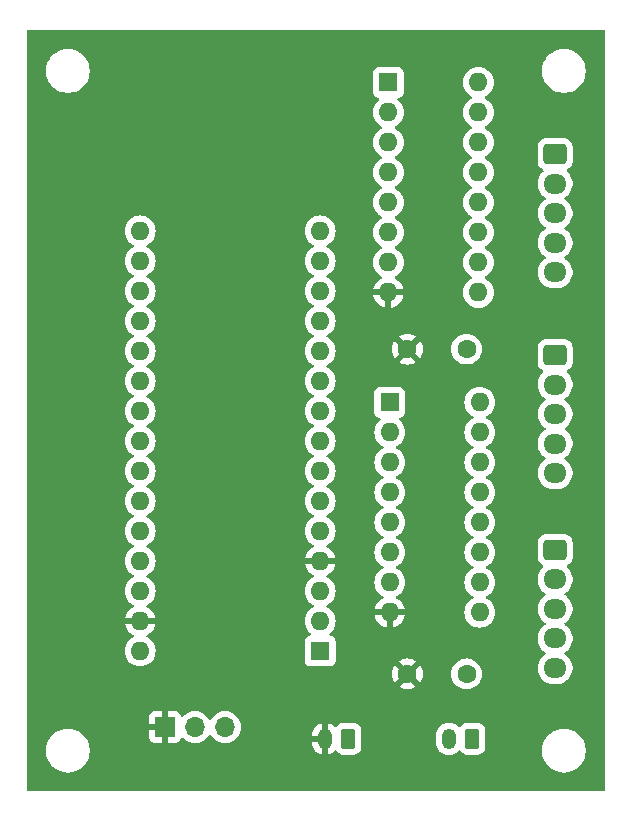
<source format=gbr>
%TF.GenerationSoftware,KiCad,Pcbnew,8.0.3*%
%TF.CreationDate,2024-07-15T07:55:24+02:00*%
%TF.ProjectId,OFMBearBoard,4f464d42-6561-4724-926f-6172642e6b69,1.0.1 (Dicker)*%
%TF.SameCoordinates,Original*%
%TF.FileFunction,Copper,L2,Bot*%
%TF.FilePolarity,Positive*%
%FSLAX46Y46*%
G04 Gerber Fmt 4.6, Leading zero omitted, Abs format (unit mm)*
G04 Created by KiCad (PCBNEW 8.0.3) date 2024-07-15 07:55:24*
%MOMM*%
%LPD*%
G01*
G04 APERTURE LIST*
G04 Aperture macros list*
%AMRoundRect*
0 Rectangle with rounded corners*
0 $1 Rounding radius*
0 $2 $3 $4 $5 $6 $7 $8 $9 X,Y pos of 4 corners*
0 Add a 4 corners polygon primitive as box body*
4,1,4,$2,$3,$4,$5,$6,$7,$8,$9,$2,$3,0*
0 Add four circle primitives for the rounded corners*
1,1,$1+$1,$2,$3*
1,1,$1+$1,$4,$5*
1,1,$1+$1,$6,$7*
1,1,$1+$1,$8,$9*
0 Add four rect primitives between the rounded corners*
20,1,$1+$1,$2,$3,$4,$5,0*
20,1,$1+$1,$4,$5,$6,$7,0*
20,1,$1+$1,$6,$7,$8,$9,0*
20,1,$1+$1,$8,$9,$2,$3,0*%
G04 Aperture macros list end*
%TA.AperFunction,ComponentPad*%
%ADD10R,1.600000X1.600000*%
%TD*%
%TA.AperFunction,ComponentPad*%
%ADD11O,1.600000X1.600000*%
%TD*%
%TA.AperFunction,ComponentPad*%
%ADD12RoundRect,0.250000X-0.725000X0.600000X-0.725000X-0.600000X0.725000X-0.600000X0.725000X0.600000X0*%
%TD*%
%TA.AperFunction,ComponentPad*%
%ADD13O,1.950000X1.700000*%
%TD*%
%TA.AperFunction,ComponentPad*%
%ADD14C,1.600000*%
%TD*%
%TA.AperFunction,ComponentPad*%
%ADD15RoundRect,0.250000X0.350000X0.625000X-0.350000X0.625000X-0.350000X-0.625000X0.350000X-0.625000X0*%
%TD*%
%TA.AperFunction,ComponentPad*%
%ADD16O,1.200000X1.750000*%
%TD*%
%TA.AperFunction,ComponentPad*%
%ADD17R,1.700000X1.700000*%
%TD*%
%TA.AperFunction,ComponentPad*%
%ADD18O,1.700000X1.700000*%
%TD*%
G04 APERTURE END LIST*
D10*
%TO.P,U2,1,I1*%
%TO.N,/D06*%
X110500000Y-53500000D03*
D11*
%TO.P,U2,2,I2*%
%TO.N,/D05*%
X110500000Y-56040000D03*
%TO.P,U2,3,I3*%
%TO.N,/D04*%
X110500000Y-58580000D03*
%TO.P,U2,4,I4*%
%TO.N,/D03*%
X110500000Y-61120000D03*
%TO.P,U2,5,I5*%
%TO.N,/D02*%
X110500000Y-63660000D03*
%TO.P,U2,6,I6*%
%TO.N,/A00*%
X110500000Y-66200000D03*
%TO.P,U2,7,I7*%
%TO.N,unconnected-(U2-I7-Pad7)*%
X110500000Y-68740000D03*
%TO.P,U2,8,GND*%
%TO.N,GND*%
X110500000Y-71280000D03*
%TO.P,U2,9,COM*%
%TO.N,+5V*%
X118120000Y-71280000D03*
%TO.P,U2,10,O7*%
%TO.N,unconnected-(U2-O7-Pad10)*%
X118120000Y-68740000D03*
%TO.P,U2,11,O6*%
%TO.N,Net-(JP1-B)*%
X118120000Y-66200000D03*
%TO.P,U2,12,O5*%
%TO.N,/ZM4*%
X118120000Y-63660000D03*
%TO.P,U2,13,O4*%
%TO.N,/ZM3*%
X118120000Y-61120000D03*
%TO.P,U2,14,O3*%
%TO.N,/ZM2*%
X118120000Y-58580000D03*
%TO.P,U2,15,O2*%
%TO.N,/ZM1*%
X118120000Y-56040000D03*
%TO.P,U2,16,O1*%
%TO.N,/YM4*%
X118120000Y-53500000D03*
%TD*%
D12*
%TO.P,J2,1,Pin_1*%
%TO.N,/YM1*%
X124500000Y-49500000D03*
D13*
%TO.P,J2,2,Pin_2*%
%TO.N,/YM2*%
X124500000Y-52000000D03*
%TO.P,J2,3,Pin_3*%
%TO.N,/YM3*%
X124500000Y-54500000D03*
%TO.P,J2,4,Pin_4*%
%TO.N,/YM4*%
X124500000Y-57000000D03*
%TO.P,J2,5,Pin_5*%
%TO.N,+5V*%
X124500000Y-59500000D03*
%TD*%
D10*
%TO.P,U1,1,I1*%
%TO.N,/D13*%
X110380000Y-26420000D03*
D11*
%TO.P,U1,2,I2*%
%TO.N,/D12*%
X110380000Y-28960000D03*
%TO.P,U1,3,I3*%
%TO.N,/D11*%
X110380000Y-31500000D03*
%TO.P,U1,4,I4*%
%TO.N,/D10*%
X110380000Y-34040000D03*
%TO.P,U1,5,I5*%
%TO.N,/D09*%
X110380000Y-36580000D03*
%TO.P,U1,6,I6*%
%TO.N,/D08*%
X110380000Y-39120000D03*
%TO.P,U1,7,I7*%
%TO.N,/D07*%
X110380000Y-41660000D03*
%TO.P,U1,8,GND*%
%TO.N,GND*%
X110380000Y-44200000D03*
%TO.P,U1,9,COM*%
%TO.N,+5V*%
X118000000Y-44200000D03*
%TO.P,U1,10,O7*%
%TO.N,/YM3*%
X118000000Y-41660000D03*
%TO.P,U1,11,O6*%
%TO.N,/YM2*%
X118000000Y-39120000D03*
%TO.P,U1,12,O5*%
%TO.N,/YM1*%
X118000000Y-36580000D03*
%TO.P,U1,13,O4*%
%TO.N,/XM4*%
X118000000Y-34040000D03*
%TO.P,U1,14,O3*%
%TO.N,/XM3*%
X118000000Y-31500000D03*
%TO.P,U1,15,O2*%
%TO.N,/XM2*%
X118000000Y-28960000D03*
%TO.P,U1,16,O1*%
%TO.N,/XM1*%
X118000000Y-26420000D03*
%TD*%
D14*
%TO.P,C1,1*%
%TO.N,GND*%
X112000000Y-49000000D03*
%TO.P,C1,2*%
%TO.N,+5V*%
X117000000Y-49000000D03*
%TD*%
%TO.P,C2,1*%
%TO.N,GND*%
X112000000Y-76500000D03*
%TO.P,C2,2*%
%TO.N,+5V*%
X117000000Y-76500000D03*
%TD*%
D15*
%TO.P,J4,1,Pin_1*%
%TO.N,+5V*%
X117500000Y-82000000D03*
D16*
%TO.P,J4,2,Pin_2*%
%TO.N,Net-(J4-Pin_2)*%
X115500000Y-82000000D03*
%TD*%
D17*
%TO.P,JP1,1,A*%
%TO.N,GND*%
X91475000Y-81000000D03*
D18*
%TO.P,JP1,2,C*%
%TO.N,Net-(J4-Pin_2)*%
X94015000Y-81000000D03*
%TO.P,JP1,3,B*%
%TO.N,Net-(JP1-B)*%
X96555000Y-81000000D03*
%TD*%
D12*
%TO.P,J3,1,Pin_1*%
%TO.N,/ZM1*%
X124500000Y-66000000D03*
D13*
%TO.P,J3,2,Pin_2*%
%TO.N,/ZM2*%
X124500000Y-68500000D03*
%TO.P,J3,3,Pin_3*%
%TO.N,/ZM3*%
X124500000Y-71000000D03*
%TO.P,J3,4,Pin_4*%
%TO.N,/ZM4*%
X124500000Y-73500000D03*
%TO.P,J3,5,Pin_5*%
%TO.N,+5V*%
X124500000Y-76000000D03*
%TD*%
D15*
%TO.P,J5,1,Pin_1*%
%TO.N,+5V*%
X107000000Y-82000000D03*
D16*
%TO.P,J5,2,Pin_2*%
%TO.N,GND*%
X105000000Y-82000000D03*
%TD*%
D10*
%TO.P,A1,1,D1/TX*%
%TO.N,unconnected-(A1-D1{slash}TX-Pad1)*%
X104610000Y-74550000D03*
D11*
%TO.P,A1,2,D0/RX*%
%TO.N,unconnected-(A1-D0{slash}RX-Pad2)*%
X104610000Y-72010000D03*
%TO.P,A1,3,~{RESET}*%
%TO.N,unconnected-(A1-~{RESET}-Pad3)*%
X104610000Y-69470000D03*
%TO.P,A1,4,GND*%
%TO.N,GND*%
X104610000Y-66930000D03*
%TO.P,A1,5,D2*%
%TO.N,/D02*%
X104610000Y-64390000D03*
%TO.P,A1,6,D3*%
%TO.N,/D03*%
X104610000Y-61850000D03*
%TO.P,A1,7,D4*%
%TO.N,/D04*%
X104610000Y-59310000D03*
%TO.P,A1,8,D5*%
%TO.N,/D05*%
X104610000Y-56770000D03*
%TO.P,A1,9,D6*%
%TO.N,/D06*%
X104610000Y-54230000D03*
%TO.P,A1,10,D7*%
%TO.N,/D07*%
X104610000Y-51690000D03*
%TO.P,A1,11,D8*%
%TO.N,/D08*%
X104610000Y-49150000D03*
%TO.P,A1,12,D9*%
%TO.N,/D09*%
X104610000Y-46610000D03*
%TO.P,A1,13,D10*%
%TO.N,/D10*%
X104610000Y-44070000D03*
%TO.P,A1,14,D11*%
%TO.N,/D11*%
X104610000Y-41530000D03*
%TO.P,A1,15,D12*%
%TO.N,/D12*%
X104610000Y-38990000D03*
%TO.P,A1,16,D13*%
%TO.N,/D13*%
X89370000Y-38990000D03*
%TO.P,A1,17,3V3*%
%TO.N,unconnected-(A1-3V3-Pad17)*%
X89370000Y-41530000D03*
%TO.P,A1,18,AREF*%
%TO.N,unconnected-(A1-AREF-Pad18)*%
X89370000Y-44070000D03*
%TO.P,A1,19,A0*%
%TO.N,/A00*%
X89370000Y-46610000D03*
%TO.P,A1,20,A1*%
%TO.N,unconnected-(A1-A1-Pad20)*%
X89370000Y-49150000D03*
%TO.P,A1,21,A2*%
%TO.N,unconnected-(A1-A2-Pad21)*%
X89370000Y-51690000D03*
%TO.P,A1,22,A3*%
%TO.N,unconnected-(A1-A3-Pad22)*%
X89370000Y-54230000D03*
%TO.P,A1,23,A4*%
%TO.N,unconnected-(A1-A4-Pad23)*%
X89370000Y-56770000D03*
%TO.P,A1,24,A5*%
%TO.N,unconnected-(A1-A5-Pad24)*%
X89370000Y-59310000D03*
%TO.P,A1,25,A6*%
%TO.N,unconnected-(A1-A6-Pad25)*%
X89370000Y-61850000D03*
%TO.P,A1,26,A7*%
%TO.N,unconnected-(A1-A7-Pad26)*%
X89370000Y-64390000D03*
%TO.P,A1,27,+5V*%
%TO.N,unconnected-(A1-+5V-Pad27)*%
X89370000Y-66930000D03*
%TO.P,A1,28,~{RESET}*%
%TO.N,unconnected-(A1-~{RESET}-Pad28)*%
X89370000Y-69470000D03*
%TO.P,A1,29,GND*%
%TO.N,GND*%
X89370000Y-72010000D03*
%TO.P,A1,30,VIN*%
%TO.N,unconnected-(A1-VIN-Pad30)*%
X89370000Y-74550000D03*
%TD*%
D12*
%TO.P,J1,1,Pin_1*%
%TO.N,/XM1*%
X124500000Y-32500000D03*
D13*
%TO.P,J1,2,Pin_2*%
%TO.N,/XM2*%
X124500000Y-35000000D03*
%TO.P,J1,3,Pin_3*%
%TO.N,/XM3*%
X124500000Y-37500000D03*
%TO.P,J1,4,Pin_4*%
%TO.N,/XM4*%
X124500000Y-40000000D03*
%TO.P,J1,5,Pin_5*%
%TO.N,+5V*%
X124500000Y-42500000D03*
%TD*%
%TA.AperFunction,Conductor*%
%TO.N,GND*%
G36*
X128692539Y-21970185D02*
G01*
X128738294Y-22022989D01*
X128749500Y-22074500D01*
X128749500Y-86325500D01*
X128729815Y-86392539D01*
X128677011Y-86438294D01*
X128625500Y-86449500D01*
X79874500Y-86449500D01*
X79807461Y-86429815D01*
X79761706Y-86377011D01*
X79750500Y-86325500D01*
X79750500Y-82878711D01*
X81399500Y-82878711D01*
X81399500Y-83121288D01*
X81431161Y-83361785D01*
X81493947Y-83596104D01*
X81586773Y-83820205D01*
X81586776Y-83820212D01*
X81708064Y-84030289D01*
X81708066Y-84030292D01*
X81708067Y-84030293D01*
X81855733Y-84222736D01*
X81855739Y-84222743D01*
X82027256Y-84394260D01*
X82027262Y-84394265D01*
X82219711Y-84541936D01*
X82429788Y-84663224D01*
X82653900Y-84756054D01*
X82888211Y-84818838D01*
X83068586Y-84842584D01*
X83128711Y-84850500D01*
X83128712Y-84850500D01*
X83371289Y-84850500D01*
X83419388Y-84844167D01*
X83611789Y-84818838D01*
X83846100Y-84756054D01*
X84070212Y-84663224D01*
X84280289Y-84541936D01*
X84472738Y-84394265D01*
X84644265Y-84222738D01*
X84791936Y-84030289D01*
X84913224Y-83820212D01*
X85006054Y-83596100D01*
X85068838Y-83361789D01*
X85100500Y-83121288D01*
X85100500Y-82878712D01*
X85096955Y-82851788D01*
X85092584Y-82818586D01*
X85068838Y-82638211D01*
X85006054Y-82403900D01*
X84913224Y-82179788D01*
X84791936Y-81969711D01*
X84644265Y-81777262D01*
X84644260Y-81777256D01*
X84472743Y-81605739D01*
X84472736Y-81605733D01*
X84280293Y-81458067D01*
X84280292Y-81458066D01*
X84280289Y-81458064D01*
X84070212Y-81336776D01*
X84070205Y-81336773D01*
X83846104Y-81243947D01*
X83728944Y-81212554D01*
X83611789Y-81181162D01*
X83611788Y-81181161D01*
X83611785Y-81181161D01*
X83371289Y-81149500D01*
X83371288Y-81149500D01*
X83128712Y-81149500D01*
X83128711Y-81149500D01*
X82888214Y-81181161D01*
X82653895Y-81243947D01*
X82429794Y-81336773D01*
X82429785Y-81336777D01*
X82219706Y-81458067D01*
X82027263Y-81605733D01*
X82027256Y-81605739D01*
X81855739Y-81777256D01*
X81855733Y-81777263D01*
X81708067Y-81969706D01*
X81586777Y-82179785D01*
X81586773Y-82179794D01*
X81493947Y-82403895D01*
X81431161Y-82638214D01*
X81399500Y-82878711D01*
X79750500Y-82878711D01*
X79750500Y-80102155D01*
X90125000Y-80102155D01*
X90125000Y-80750000D01*
X91041988Y-80750000D01*
X91009075Y-80807007D01*
X90975000Y-80934174D01*
X90975000Y-81065826D01*
X91009075Y-81192993D01*
X91041988Y-81250000D01*
X90125000Y-81250000D01*
X90125000Y-81897844D01*
X90131401Y-81957372D01*
X90131403Y-81957379D01*
X90181645Y-82092086D01*
X90181649Y-82092093D01*
X90267809Y-82207187D01*
X90267812Y-82207190D01*
X90382906Y-82293350D01*
X90382913Y-82293354D01*
X90517620Y-82343596D01*
X90517627Y-82343598D01*
X90577155Y-82349999D01*
X90577172Y-82350000D01*
X91225000Y-82350000D01*
X91225000Y-81433012D01*
X91282007Y-81465925D01*
X91409174Y-81500000D01*
X91540826Y-81500000D01*
X91667993Y-81465925D01*
X91725000Y-81433012D01*
X91725000Y-82350000D01*
X92372828Y-82350000D01*
X92372844Y-82349999D01*
X92432372Y-82343598D01*
X92432379Y-82343596D01*
X92567086Y-82293354D01*
X92567093Y-82293350D01*
X92682187Y-82207190D01*
X92682190Y-82207187D01*
X92768350Y-82092093D01*
X92768354Y-82092086D01*
X92817422Y-81960529D01*
X92859293Y-81904595D01*
X92924757Y-81880178D01*
X92993030Y-81895030D01*
X93021285Y-81916181D01*
X93143599Y-82038495D01*
X93220135Y-82092086D01*
X93337165Y-82174032D01*
X93337167Y-82174033D01*
X93337170Y-82174035D01*
X93551337Y-82273903D01*
X93779592Y-82335063D01*
X93950319Y-82350000D01*
X94014999Y-82355659D01*
X94015000Y-82355659D01*
X94015001Y-82355659D01*
X94079681Y-82350000D01*
X94250408Y-82335063D01*
X94478663Y-82273903D01*
X94692830Y-82174035D01*
X94886401Y-82038495D01*
X95053495Y-81871401D01*
X95183425Y-81685842D01*
X95238002Y-81642217D01*
X95307500Y-81635023D01*
X95369855Y-81666546D01*
X95386575Y-81685842D01*
X95516500Y-81871395D01*
X95516505Y-81871401D01*
X95683599Y-82038495D01*
X95760135Y-82092086D01*
X95877165Y-82174032D01*
X95877167Y-82174033D01*
X95877170Y-82174035D01*
X96091337Y-82273903D01*
X96319592Y-82335063D01*
X96490319Y-82350000D01*
X96554999Y-82355659D01*
X96555000Y-82355659D01*
X96555001Y-82355659D01*
X96619681Y-82350000D01*
X96790408Y-82335063D01*
X97018663Y-82273903D01*
X97232830Y-82174035D01*
X97426401Y-82038495D01*
X97593495Y-81871401D01*
X97729035Y-81677830D01*
X97747409Y-81638428D01*
X103900000Y-81638428D01*
X103900000Y-81750000D01*
X104719670Y-81750000D01*
X104699925Y-81769745D01*
X104650556Y-81855255D01*
X104625000Y-81950630D01*
X104625000Y-82049370D01*
X104650556Y-82144745D01*
X104699925Y-82230255D01*
X104719670Y-82250000D01*
X103900000Y-82250000D01*
X103900000Y-82361571D01*
X103927085Y-82532584D01*
X103980591Y-82697257D01*
X104059195Y-82851524D01*
X104160967Y-82991602D01*
X104283397Y-83114032D01*
X104423475Y-83215804D01*
X104577744Y-83294408D01*
X104742415Y-83347914D01*
X104742414Y-83347914D01*
X104749999Y-83349115D01*
X104750000Y-83349114D01*
X104750000Y-82280330D01*
X104769745Y-82300075D01*
X104855255Y-82349444D01*
X104950630Y-82375000D01*
X105049370Y-82375000D01*
X105144745Y-82349444D01*
X105230255Y-82300075D01*
X105250000Y-82280330D01*
X105250000Y-83349115D01*
X105257584Y-83347914D01*
X105422255Y-83294408D01*
X105576524Y-83215804D01*
X105716598Y-83114035D01*
X105824199Y-83006434D01*
X105885522Y-82972949D01*
X105955214Y-82977933D01*
X106011148Y-83019804D01*
X106017418Y-83029016D01*
X106030353Y-83049988D01*
X106057285Y-83093652D01*
X106057288Y-83093656D01*
X106181344Y-83217712D01*
X106330666Y-83309814D01*
X106497203Y-83364999D01*
X106599991Y-83375500D01*
X107400008Y-83375499D01*
X107400016Y-83375498D01*
X107400019Y-83375498D01*
X107456302Y-83369748D01*
X107502797Y-83364999D01*
X107669334Y-83309814D01*
X107818656Y-83217712D01*
X107942712Y-83093656D01*
X108034814Y-82944334D01*
X108089999Y-82777797D01*
X108100500Y-82675009D01*
X108100499Y-81638389D01*
X114399500Y-81638389D01*
X114399500Y-82361611D01*
X114426598Y-82532701D01*
X114480127Y-82697445D01*
X114558768Y-82851788D01*
X114660586Y-82991928D01*
X114783072Y-83114414D01*
X114923212Y-83216232D01*
X115077555Y-83294873D01*
X115242299Y-83348402D01*
X115413389Y-83375500D01*
X115413390Y-83375500D01*
X115586610Y-83375500D01*
X115586611Y-83375500D01*
X115757701Y-83348402D01*
X115922445Y-83294873D01*
X116076788Y-83216232D01*
X116216928Y-83114414D01*
X116324472Y-83006869D01*
X116385791Y-82973387D01*
X116455483Y-82978371D01*
X116511417Y-83020242D01*
X116517688Y-83029456D01*
X116557285Y-83093652D01*
X116557287Y-83093655D01*
X116557288Y-83093656D01*
X116681344Y-83217712D01*
X116830666Y-83309814D01*
X116997203Y-83364999D01*
X117099991Y-83375500D01*
X117900008Y-83375499D01*
X117900016Y-83375498D01*
X117900019Y-83375498D01*
X117956302Y-83369748D01*
X118002797Y-83364999D01*
X118169334Y-83309814D01*
X118318656Y-83217712D01*
X118442712Y-83093656D01*
X118534814Y-82944334D01*
X118556559Y-82878711D01*
X123399500Y-82878711D01*
X123399500Y-83121288D01*
X123431161Y-83361785D01*
X123493947Y-83596104D01*
X123586773Y-83820205D01*
X123586776Y-83820212D01*
X123708064Y-84030289D01*
X123708066Y-84030292D01*
X123708067Y-84030293D01*
X123855733Y-84222736D01*
X123855739Y-84222743D01*
X124027256Y-84394260D01*
X124027262Y-84394265D01*
X124219711Y-84541936D01*
X124429788Y-84663224D01*
X124653900Y-84756054D01*
X124888211Y-84818838D01*
X125068586Y-84842584D01*
X125128711Y-84850500D01*
X125128712Y-84850500D01*
X125371289Y-84850500D01*
X125419388Y-84844167D01*
X125611789Y-84818838D01*
X125846100Y-84756054D01*
X126070212Y-84663224D01*
X126280289Y-84541936D01*
X126472738Y-84394265D01*
X126644265Y-84222738D01*
X126791936Y-84030289D01*
X126913224Y-83820212D01*
X127006054Y-83596100D01*
X127068838Y-83361789D01*
X127100500Y-83121288D01*
X127100500Y-82878712D01*
X127096955Y-82851788D01*
X127092584Y-82818586D01*
X127068838Y-82638211D01*
X127006054Y-82403900D01*
X126913224Y-82179788D01*
X126791936Y-81969711D01*
X126644265Y-81777262D01*
X126644260Y-81777256D01*
X126472743Y-81605739D01*
X126472736Y-81605733D01*
X126280293Y-81458067D01*
X126280292Y-81458066D01*
X126280289Y-81458064D01*
X126070212Y-81336776D01*
X126070205Y-81336773D01*
X125846104Y-81243947D01*
X125728944Y-81212554D01*
X125611789Y-81181162D01*
X125611788Y-81181161D01*
X125611785Y-81181161D01*
X125371289Y-81149500D01*
X125371288Y-81149500D01*
X125128712Y-81149500D01*
X125128711Y-81149500D01*
X124888214Y-81181161D01*
X124653895Y-81243947D01*
X124429794Y-81336773D01*
X124429785Y-81336777D01*
X124219706Y-81458067D01*
X124027263Y-81605733D01*
X124027256Y-81605739D01*
X123855739Y-81777256D01*
X123855733Y-81777263D01*
X123708067Y-81969706D01*
X123586777Y-82179785D01*
X123586773Y-82179794D01*
X123493947Y-82403895D01*
X123431161Y-82638214D01*
X123399500Y-82878711D01*
X118556559Y-82878711D01*
X118589999Y-82777797D01*
X118600500Y-82675009D01*
X118600499Y-81324992D01*
X118592838Y-81250000D01*
X118589999Y-81222203D01*
X118589998Y-81222200D01*
X118576399Y-81181161D01*
X118534814Y-81055666D01*
X118442712Y-80906344D01*
X118318656Y-80782288D01*
X118193559Y-80705128D01*
X118169336Y-80690187D01*
X118169331Y-80690185D01*
X118167862Y-80689698D01*
X118002797Y-80635001D01*
X118002795Y-80635000D01*
X117900010Y-80624500D01*
X117099998Y-80624500D01*
X117099980Y-80624501D01*
X116997203Y-80635000D01*
X116997200Y-80635001D01*
X116830668Y-80690185D01*
X116830663Y-80690187D01*
X116681342Y-80782289D01*
X116557287Y-80906344D01*
X116517688Y-80970544D01*
X116465739Y-81017268D01*
X116396777Y-81028489D01*
X116332695Y-81000645D01*
X116324469Y-80993127D01*
X116216930Y-80885588D01*
X116216928Y-80885586D01*
X116076788Y-80783768D01*
X115922445Y-80705127D01*
X115757701Y-80651598D01*
X115757699Y-80651597D01*
X115757698Y-80651597D01*
X115626271Y-80630781D01*
X115586611Y-80624500D01*
X115413389Y-80624500D01*
X115373728Y-80630781D01*
X115242302Y-80651597D01*
X115077552Y-80705128D01*
X114923211Y-80783768D01*
X114891226Y-80807007D01*
X114783072Y-80885586D01*
X114783070Y-80885588D01*
X114783069Y-80885588D01*
X114660588Y-81008069D01*
X114660588Y-81008070D01*
X114660586Y-81008072D01*
X114626009Y-81055663D01*
X114558768Y-81148211D01*
X114480128Y-81302552D01*
X114426597Y-81467302D01*
X114404672Y-81605733D01*
X114399500Y-81638389D01*
X108100499Y-81638389D01*
X108100499Y-81324992D01*
X108092838Y-81250000D01*
X108089999Y-81222203D01*
X108089998Y-81222200D01*
X108076399Y-81181161D01*
X108034814Y-81055666D01*
X107942712Y-80906344D01*
X107818656Y-80782288D01*
X107693559Y-80705128D01*
X107669336Y-80690187D01*
X107669331Y-80690185D01*
X107667862Y-80689698D01*
X107502797Y-80635001D01*
X107502795Y-80635000D01*
X107400010Y-80624500D01*
X106599998Y-80624500D01*
X106599980Y-80624501D01*
X106497203Y-80635000D01*
X106497200Y-80635001D01*
X106330668Y-80690185D01*
X106330663Y-80690187D01*
X106181342Y-80782289D01*
X106057289Y-80906342D01*
X106057288Y-80906344D01*
X106017690Y-80970544D01*
X106017420Y-80970981D01*
X105965472Y-81017705D01*
X105896509Y-81028928D01*
X105832427Y-81001084D01*
X105824200Y-80993565D01*
X105716602Y-80885967D01*
X105576524Y-80784195D01*
X105422257Y-80705591D01*
X105257589Y-80652087D01*
X105257581Y-80652085D01*
X105250000Y-80650884D01*
X105250000Y-81719670D01*
X105230255Y-81699925D01*
X105144745Y-81650556D01*
X105049370Y-81625000D01*
X104950630Y-81625000D01*
X104855255Y-81650556D01*
X104769745Y-81699925D01*
X104750000Y-81719670D01*
X104750000Y-80650884D01*
X104749999Y-80650884D01*
X104742418Y-80652085D01*
X104742410Y-80652087D01*
X104577742Y-80705591D01*
X104423475Y-80784195D01*
X104283397Y-80885967D01*
X104160967Y-81008397D01*
X104059195Y-81148475D01*
X103980591Y-81302742D01*
X103927085Y-81467415D01*
X103900000Y-81638428D01*
X97747409Y-81638428D01*
X97828903Y-81463663D01*
X97890063Y-81235408D01*
X97910659Y-81000000D01*
X97890063Y-80764592D01*
X97828903Y-80536337D01*
X97729035Y-80322171D01*
X97723425Y-80314158D01*
X97593494Y-80128597D01*
X97426402Y-79961506D01*
X97426395Y-79961501D01*
X97232834Y-79825967D01*
X97232830Y-79825965D01*
X97161727Y-79792809D01*
X97018663Y-79726097D01*
X97018659Y-79726096D01*
X97018655Y-79726094D01*
X96790413Y-79664938D01*
X96790403Y-79664936D01*
X96555001Y-79644341D01*
X96554999Y-79644341D01*
X96319596Y-79664936D01*
X96319586Y-79664938D01*
X96091344Y-79726094D01*
X96091335Y-79726098D01*
X95877171Y-79825964D01*
X95877169Y-79825965D01*
X95683597Y-79961505D01*
X95516505Y-80128597D01*
X95386575Y-80314158D01*
X95331998Y-80357783D01*
X95262500Y-80364977D01*
X95200145Y-80333454D01*
X95183425Y-80314158D01*
X95053494Y-80128597D01*
X94886402Y-79961506D01*
X94886395Y-79961501D01*
X94692834Y-79825967D01*
X94692830Y-79825965D01*
X94621727Y-79792809D01*
X94478663Y-79726097D01*
X94478659Y-79726096D01*
X94478655Y-79726094D01*
X94250413Y-79664938D01*
X94250403Y-79664936D01*
X94015001Y-79644341D01*
X94014999Y-79644341D01*
X93779596Y-79664936D01*
X93779586Y-79664938D01*
X93551344Y-79726094D01*
X93551335Y-79726098D01*
X93337171Y-79825964D01*
X93337169Y-79825965D01*
X93143600Y-79961503D01*
X93021284Y-80083819D01*
X92959961Y-80117303D01*
X92890269Y-80112319D01*
X92834336Y-80070447D01*
X92817421Y-80039470D01*
X92768354Y-79907913D01*
X92768350Y-79907906D01*
X92682190Y-79792812D01*
X92682187Y-79792809D01*
X92567093Y-79706649D01*
X92567086Y-79706645D01*
X92432379Y-79656403D01*
X92432372Y-79656401D01*
X92372844Y-79650000D01*
X91725000Y-79650000D01*
X91725000Y-80566988D01*
X91667993Y-80534075D01*
X91540826Y-80500000D01*
X91409174Y-80500000D01*
X91282007Y-80534075D01*
X91225000Y-80566988D01*
X91225000Y-79650000D01*
X90577155Y-79650000D01*
X90517627Y-79656401D01*
X90517620Y-79656403D01*
X90382913Y-79706645D01*
X90382906Y-79706649D01*
X90267812Y-79792809D01*
X90267809Y-79792812D01*
X90181649Y-79907906D01*
X90181645Y-79907913D01*
X90131403Y-80042620D01*
X90131401Y-80042627D01*
X90125000Y-80102155D01*
X79750500Y-80102155D01*
X79750500Y-76499997D01*
X110695034Y-76499997D01*
X110695034Y-76500002D01*
X110714858Y-76726599D01*
X110714860Y-76726610D01*
X110773730Y-76946317D01*
X110773735Y-76946331D01*
X110869863Y-77152478D01*
X110920974Y-77225472D01*
X111600000Y-76546446D01*
X111600000Y-76552661D01*
X111627259Y-76654394D01*
X111679920Y-76745606D01*
X111754394Y-76820080D01*
X111845606Y-76872741D01*
X111947339Y-76900000D01*
X111953553Y-76900000D01*
X111274526Y-77579025D01*
X111347513Y-77630132D01*
X111347521Y-77630136D01*
X111553668Y-77726264D01*
X111553682Y-77726269D01*
X111773389Y-77785139D01*
X111773400Y-77785141D01*
X111999998Y-77804966D01*
X112000002Y-77804966D01*
X112226599Y-77785141D01*
X112226610Y-77785139D01*
X112446317Y-77726269D01*
X112446331Y-77726264D01*
X112652478Y-77630136D01*
X112725471Y-77579024D01*
X112046447Y-76900000D01*
X112052661Y-76900000D01*
X112154394Y-76872741D01*
X112245606Y-76820080D01*
X112320080Y-76745606D01*
X112372741Y-76654394D01*
X112400000Y-76552661D01*
X112400000Y-76546447D01*
X113079024Y-77225471D01*
X113130136Y-77152478D01*
X113226264Y-76946331D01*
X113226269Y-76946317D01*
X113285139Y-76726610D01*
X113285141Y-76726599D01*
X113304966Y-76500002D01*
X113304966Y-76499998D01*
X115694532Y-76499998D01*
X115694532Y-76500001D01*
X115714364Y-76726686D01*
X115714366Y-76726697D01*
X115773258Y-76946488D01*
X115773261Y-76946497D01*
X115869431Y-77152732D01*
X115869432Y-77152734D01*
X115999954Y-77339141D01*
X116160858Y-77500045D01*
X116160861Y-77500047D01*
X116347266Y-77630568D01*
X116553504Y-77726739D01*
X116773308Y-77785635D01*
X116935230Y-77799801D01*
X116999998Y-77805468D01*
X117000000Y-77805468D01*
X117000002Y-77805468D01*
X117056673Y-77800509D01*
X117226692Y-77785635D01*
X117446496Y-77726739D01*
X117652734Y-77630568D01*
X117839139Y-77500047D01*
X118000047Y-77339139D01*
X118130568Y-77152734D01*
X118226739Y-76946496D01*
X118285635Y-76726692D01*
X118305468Y-76500000D01*
X118285635Y-76273308D01*
X118226739Y-76053504D01*
X118130568Y-75847266D01*
X118000047Y-75660861D01*
X118000045Y-75660858D01*
X117839141Y-75499954D01*
X117652734Y-75369432D01*
X117652732Y-75369431D01*
X117446497Y-75273261D01*
X117446488Y-75273258D01*
X117226697Y-75214366D01*
X117226693Y-75214365D01*
X117226692Y-75214365D01*
X117226691Y-75214364D01*
X117226686Y-75214364D01*
X117000002Y-75194532D01*
X116999998Y-75194532D01*
X116773313Y-75214364D01*
X116773302Y-75214366D01*
X116553511Y-75273258D01*
X116553502Y-75273261D01*
X116347267Y-75369431D01*
X116347265Y-75369432D01*
X116160858Y-75499954D01*
X115999954Y-75660858D01*
X115869432Y-75847265D01*
X115869431Y-75847267D01*
X115773261Y-76053502D01*
X115773258Y-76053511D01*
X115714366Y-76273302D01*
X115714364Y-76273313D01*
X115694532Y-76499998D01*
X113304966Y-76499998D01*
X113304966Y-76499997D01*
X113285141Y-76273400D01*
X113285139Y-76273389D01*
X113226269Y-76053682D01*
X113226264Y-76053668D01*
X113130136Y-75847521D01*
X113130132Y-75847513D01*
X113079025Y-75774526D01*
X112400000Y-76453551D01*
X112400000Y-76447339D01*
X112372741Y-76345606D01*
X112320080Y-76254394D01*
X112245606Y-76179920D01*
X112154394Y-76127259D01*
X112052661Y-76100000D01*
X112046448Y-76100000D01*
X112725472Y-75420974D01*
X112652478Y-75369863D01*
X112446331Y-75273735D01*
X112446317Y-75273730D01*
X112226610Y-75214860D01*
X112226599Y-75214858D01*
X112000002Y-75195034D01*
X111999998Y-75195034D01*
X111773400Y-75214858D01*
X111773389Y-75214860D01*
X111553682Y-75273730D01*
X111553673Y-75273734D01*
X111347516Y-75369866D01*
X111347512Y-75369868D01*
X111274526Y-75420973D01*
X111274526Y-75420974D01*
X111953553Y-76100000D01*
X111947339Y-76100000D01*
X111845606Y-76127259D01*
X111754394Y-76179920D01*
X111679920Y-76254394D01*
X111627259Y-76345606D01*
X111600000Y-76447339D01*
X111600000Y-76453552D01*
X110920974Y-75774526D01*
X110920973Y-75774526D01*
X110869868Y-75847512D01*
X110869866Y-75847516D01*
X110773734Y-76053673D01*
X110773730Y-76053682D01*
X110714860Y-76273389D01*
X110714858Y-76273400D01*
X110695034Y-76499997D01*
X79750500Y-76499997D01*
X79750500Y-38989998D01*
X88064532Y-38989998D01*
X88064532Y-38990001D01*
X88084364Y-39216686D01*
X88084366Y-39216697D01*
X88143258Y-39436488D01*
X88143261Y-39436497D01*
X88239431Y-39642732D01*
X88239432Y-39642734D01*
X88369954Y-39829141D01*
X88530858Y-39990045D01*
X88530861Y-39990047D01*
X88717266Y-40120568D01*
X88775275Y-40147618D01*
X88827714Y-40193791D01*
X88846866Y-40260984D01*
X88826650Y-40327865D01*
X88775275Y-40372382D01*
X88717267Y-40399431D01*
X88717265Y-40399432D01*
X88530858Y-40529954D01*
X88369954Y-40690858D01*
X88239432Y-40877265D01*
X88239431Y-40877267D01*
X88143261Y-41083502D01*
X88143258Y-41083511D01*
X88084366Y-41303302D01*
X88084364Y-41303313D01*
X88064532Y-41529998D01*
X88064532Y-41530001D01*
X88084364Y-41756686D01*
X88084366Y-41756697D01*
X88143258Y-41976488D01*
X88143261Y-41976497D01*
X88239431Y-42182732D01*
X88239432Y-42182734D01*
X88369954Y-42369141D01*
X88530858Y-42530045D01*
X88530861Y-42530047D01*
X88717266Y-42660568D01*
X88775275Y-42687618D01*
X88827714Y-42733791D01*
X88846866Y-42800984D01*
X88826650Y-42867865D01*
X88775275Y-42912382D01*
X88717267Y-42939431D01*
X88717265Y-42939432D01*
X88530858Y-43069954D01*
X88369954Y-43230858D01*
X88239432Y-43417265D01*
X88239431Y-43417267D01*
X88143261Y-43623502D01*
X88143258Y-43623511D01*
X88084366Y-43843302D01*
X88084364Y-43843313D01*
X88064532Y-44069998D01*
X88064532Y-44070001D01*
X88084364Y-44296686D01*
X88084366Y-44296697D01*
X88143258Y-44516488D01*
X88143261Y-44516497D01*
X88239431Y-44722732D01*
X88239432Y-44722734D01*
X88369954Y-44909141D01*
X88530858Y-45070045D01*
X88530861Y-45070047D01*
X88717266Y-45200568D01*
X88775275Y-45227618D01*
X88827714Y-45273791D01*
X88846866Y-45340984D01*
X88826650Y-45407865D01*
X88775275Y-45452382D01*
X88717267Y-45479431D01*
X88717265Y-45479432D01*
X88530858Y-45609954D01*
X88369954Y-45770858D01*
X88239432Y-45957265D01*
X88239431Y-45957267D01*
X88143261Y-46163502D01*
X88143258Y-46163511D01*
X88084366Y-46383302D01*
X88084364Y-46383313D01*
X88064532Y-46609998D01*
X88064532Y-46610001D01*
X88084364Y-46836686D01*
X88084366Y-46836697D01*
X88143258Y-47056488D01*
X88143261Y-47056497D01*
X88239431Y-47262732D01*
X88239432Y-47262734D01*
X88369954Y-47449141D01*
X88530858Y-47610045D01*
X88530861Y-47610047D01*
X88717266Y-47740568D01*
X88775275Y-47767618D01*
X88827714Y-47813791D01*
X88846866Y-47880984D01*
X88826650Y-47947865D01*
X88775275Y-47992382D01*
X88717267Y-48019431D01*
X88717265Y-48019432D01*
X88530858Y-48149954D01*
X88369954Y-48310858D01*
X88239432Y-48497265D01*
X88239431Y-48497267D01*
X88143261Y-48703502D01*
X88143258Y-48703511D01*
X88084366Y-48923302D01*
X88084364Y-48923313D01*
X88064532Y-49149998D01*
X88064532Y-49150001D01*
X88084364Y-49376686D01*
X88084366Y-49376697D01*
X88143258Y-49596488D01*
X88143261Y-49596497D01*
X88239431Y-49802732D01*
X88239432Y-49802734D01*
X88369954Y-49989141D01*
X88530858Y-50150045D01*
X88530861Y-50150047D01*
X88717266Y-50280568D01*
X88770664Y-50305468D01*
X88775275Y-50307618D01*
X88827714Y-50353791D01*
X88846866Y-50420984D01*
X88826650Y-50487865D01*
X88775275Y-50532382D01*
X88717267Y-50559431D01*
X88717265Y-50559432D01*
X88530858Y-50689954D01*
X88369954Y-50850858D01*
X88239432Y-51037265D01*
X88239431Y-51037267D01*
X88143261Y-51243502D01*
X88143258Y-51243511D01*
X88084366Y-51463302D01*
X88084364Y-51463313D01*
X88064532Y-51689998D01*
X88064532Y-51690001D01*
X88084364Y-51916686D01*
X88084366Y-51916697D01*
X88143258Y-52136488D01*
X88143261Y-52136497D01*
X88239431Y-52342732D01*
X88239432Y-52342734D01*
X88369954Y-52529141D01*
X88530858Y-52690045D01*
X88530861Y-52690047D01*
X88717266Y-52820568D01*
X88774518Y-52847265D01*
X88775275Y-52847618D01*
X88827714Y-52893791D01*
X88846866Y-52960984D01*
X88826650Y-53027865D01*
X88775275Y-53072382D01*
X88717267Y-53099431D01*
X88717265Y-53099432D01*
X88530858Y-53229954D01*
X88369954Y-53390858D01*
X88239432Y-53577265D01*
X88239431Y-53577267D01*
X88143261Y-53783502D01*
X88143258Y-53783511D01*
X88084366Y-54003302D01*
X88084364Y-54003313D01*
X88064532Y-54229998D01*
X88064532Y-54230001D01*
X88084364Y-54456686D01*
X88084366Y-54456697D01*
X88143258Y-54676488D01*
X88143261Y-54676497D01*
X88239431Y-54882732D01*
X88239432Y-54882734D01*
X88369954Y-55069141D01*
X88530858Y-55230045D01*
X88530861Y-55230047D01*
X88717266Y-55360568D01*
X88758479Y-55379786D01*
X88775275Y-55387618D01*
X88827714Y-55433791D01*
X88846866Y-55500984D01*
X88826650Y-55567865D01*
X88775275Y-55612382D01*
X88717267Y-55639431D01*
X88717265Y-55639432D01*
X88530858Y-55769954D01*
X88369954Y-55930858D01*
X88239432Y-56117265D01*
X88239431Y-56117267D01*
X88143261Y-56323502D01*
X88143258Y-56323511D01*
X88084366Y-56543302D01*
X88084364Y-56543313D01*
X88064532Y-56769998D01*
X88064532Y-56770001D01*
X88084364Y-56996686D01*
X88084366Y-56996697D01*
X88143258Y-57216488D01*
X88143261Y-57216497D01*
X88239431Y-57422732D01*
X88239432Y-57422734D01*
X88369954Y-57609141D01*
X88530858Y-57770045D01*
X88530861Y-57770047D01*
X88717266Y-57900568D01*
X88774518Y-57927265D01*
X88775275Y-57927618D01*
X88827714Y-57973791D01*
X88846866Y-58040984D01*
X88826650Y-58107865D01*
X88775275Y-58152382D01*
X88717267Y-58179431D01*
X88717265Y-58179432D01*
X88530858Y-58309954D01*
X88369954Y-58470858D01*
X88239432Y-58657265D01*
X88239431Y-58657267D01*
X88143261Y-58863502D01*
X88143258Y-58863511D01*
X88084366Y-59083302D01*
X88084364Y-59083313D01*
X88064532Y-59309998D01*
X88064532Y-59310001D01*
X88084364Y-59536686D01*
X88084366Y-59536697D01*
X88143258Y-59756488D01*
X88143261Y-59756497D01*
X88239431Y-59962732D01*
X88239432Y-59962734D01*
X88369954Y-60149141D01*
X88530858Y-60310045D01*
X88530861Y-60310047D01*
X88717266Y-60440568D01*
X88774518Y-60467265D01*
X88775275Y-60467618D01*
X88827714Y-60513791D01*
X88846866Y-60580984D01*
X88826650Y-60647865D01*
X88775275Y-60692382D01*
X88717267Y-60719431D01*
X88717265Y-60719432D01*
X88530858Y-60849954D01*
X88369954Y-61010858D01*
X88239432Y-61197265D01*
X88239431Y-61197267D01*
X88143261Y-61403502D01*
X88143258Y-61403511D01*
X88084366Y-61623302D01*
X88084364Y-61623313D01*
X88064532Y-61849998D01*
X88064532Y-61850001D01*
X88084364Y-62076686D01*
X88084366Y-62076697D01*
X88143258Y-62296488D01*
X88143261Y-62296497D01*
X88239431Y-62502732D01*
X88239432Y-62502734D01*
X88369954Y-62689141D01*
X88530858Y-62850045D01*
X88530861Y-62850047D01*
X88717266Y-62980568D01*
X88774518Y-63007265D01*
X88775275Y-63007618D01*
X88827714Y-63053791D01*
X88846866Y-63120984D01*
X88826650Y-63187865D01*
X88775275Y-63232382D01*
X88717267Y-63259431D01*
X88717265Y-63259432D01*
X88530858Y-63389954D01*
X88369954Y-63550858D01*
X88239432Y-63737265D01*
X88239431Y-63737267D01*
X88143261Y-63943502D01*
X88143258Y-63943511D01*
X88084366Y-64163302D01*
X88084364Y-64163313D01*
X88064532Y-64389998D01*
X88064532Y-64390001D01*
X88084364Y-64616686D01*
X88084366Y-64616697D01*
X88143258Y-64836488D01*
X88143261Y-64836497D01*
X88239431Y-65042732D01*
X88239432Y-65042734D01*
X88369954Y-65229141D01*
X88530858Y-65390045D01*
X88530861Y-65390047D01*
X88717266Y-65520568D01*
X88774518Y-65547265D01*
X88775275Y-65547618D01*
X88827714Y-65593791D01*
X88846866Y-65660984D01*
X88826650Y-65727865D01*
X88775275Y-65772382D01*
X88717267Y-65799431D01*
X88717265Y-65799432D01*
X88530858Y-65929954D01*
X88369954Y-66090858D01*
X88239432Y-66277265D01*
X88239431Y-66277267D01*
X88143261Y-66483502D01*
X88143258Y-66483511D01*
X88084366Y-66703302D01*
X88084364Y-66703313D01*
X88064532Y-66929998D01*
X88064532Y-66930001D01*
X88084364Y-67156686D01*
X88084366Y-67156697D01*
X88143258Y-67376488D01*
X88143261Y-67376497D01*
X88239431Y-67582732D01*
X88239432Y-67582734D01*
X88369954Y-67769141D01*
X88530858Y-67930045D01*
X88530861Y-67930047D01*
X88717266Y-68060568D01*
X88774518Y-68087265D01*
X88775275Y-68087618D01*
X88827714Y-68133791D01*
X88846866Y-68200984D01*
X88826650Y-68267865D01*
X88775275Y-68312382D01*
X88717267Y-68339431D01*
X88717265Y-68339432D01*
X88530858Y-68469954D01*
X88369954Y-68630858D01*
X88239432Y-68817265D01*
X88239431Y-68817267D01*
X88143261Y-69023502D01*
X88143258Y-69023511D01*
X88084366Y-69243302D01*
X88084364Y-69243313D01*
X88064532Y-69469998D01*
X88064532Y-69470001D01*
X88084364Y-69696686D01*
X88084366Y-69696697D01*
X88143258Y-69916488D01*
X88143261Y-69916497D01*
X88239431Y-70122732D01*
X88239432Y-70122734D01*
X88369954Y-70309141D01*
X88530858Y-70470045D01*
X88530861Y-70470047D01*
X88717266Y-70600568D01*
X88775865Y-70627893D01*
X88828305Y-70674065D01*
X88847457Y-70741258D01*
X88827242Y-70808139D01*
X88775867Y-70852657D01*
X88717515Y-70879867D01*
X88531179Y-71010342D01*
X88370342Y-71171179D01*
X88239865Y-71357517D01*
X88143734Y-71563673D01*
X88143730Y-71563682D01*
X88091127Y-71759999D01*
X88091128Y-71760000D01*
X88936988Y-71760000D01*
X88904075Y-71817007D01*
X88870000Y-71944174D01*
X88870000Y-72075826D01*
X88904075Y-72202993D01*
X88936988Y-72260000D01*
X88091128Y-72260000D01*
X88143730Y-72456317D01*
X88143734Y-72456326D01*
X88239865Y-72662482D01*
X88370342Y-72848820D01*
X88531179Y-73009657D01*
X88717518Y-73140134D01*
X88717520Y-73140135D01*
X88775865Y-73167342D01*
X88828305Y-73213514D01*
X88847457Y-73280707D01*
X88827242Y-73347589D01*
X88775867Y-73392105D01*
X88717268Y-73419431D01*
X88717264Y-73419433D01*
X88530858Y-73549954D01*
X88369954Y-73710858D01*
X88239432Y-73897265D01*
X88239431Y-73897267D01*
X88143261Y-74103502D01*
X88143258Y-74103511D01*
X88084366Y-74323302D01*
X88084364Y-74323313D01*
X88064532Y-74549998D01*
X88064532Y-74550001D01*
X88084364Y-74776686D01*
X88084366Y-74776697D01*
X88143258Y-74996488D01*
X88143261Y-74996497D01*
X88239431Y-75202732D01*
X88239432Y-75202734D01*
X88369954Y-75389141D01*
X88530858Y-75550045D01*
X88530861Y-75550047D01*
X88717266Y-75680568D01*
X88923504Y-75776739D01*
X89143308Y-75835635D01*
X89305230Y-75849801D01*
X89369998Y-75855468D01*
X89370000Y-75855468D01*
X89370002Y-75855468D01*
X89426807Y-75850498D01*
X89596692Y-75835635D01*
X89816496Y-75776739D01*
X90022734Y-75680568D01*
X90209139Y-75550047D01*
X90370047Y-75389139D01*
X90500568Y-75202734D01*
X90596739Y-74996496D01*
X90655635Y-74776692D01*
X90675468Y-74550000D01*
X90673727Y-74530105D01*
X90669801Y-74485230D01*
X90655635Y-74323308D01*
X90596739Y-74103504D01*
X90500568Y-73897266D01*
X90370047Y-73710861D01*
X90370045Y-73710858D01*
X90209141Y-73549954D01*
X90022734Y-73419432D01*
X90022732Y-73419431D01*
X90011275Y-73414088D01*
X89964132Y-73392105D01*
X89911694Y-73345934D01*
X89892542Y-73278740D01*
X89912758Y-73211859D01*
X89964134Y-73167341D01*
X90022484Y-73140132D01*
X90208820Y-73009657D01*
X90369657Y-72848820D01*
X90500134Y-72662482D01*
X90596265Y-72456326D01*
X90596269Y-72456317D01*
X90648872Y-72260000D01*
X89803012Y-72260000D01*
X89835925Y-72202993D01*
X89870000Y-72075826D01*
X89870000Y-71944174D01*
X89835925Y-71817007D01*
X89803012Y-71760000D01*
X90648872Y-71760000D01*
X90648872Y-71759999D01*
X90596269Y-71563682D01*
X90596265Y-71563673D01*
X90500134Y-71357517D01*
X90369657Y-71171179D01*
X90208820Y-71010342D01*
X90022482Y-70879865D01*
X89964133Y-70852657D01*
X89911694Y-70806484D01*
X89892542Y-70739291D01*
X89912758Y-70672410D01*
X89964129Y-70627895D01*
X90022734Y-70600568D01*
X90209139Y-70470047D01*
X90370047Y-70309139D01*
X90500568Y-70122734D01*
X90596739Y-69916496D01*
X90655635Y-69696692D01*
X90675468Y-69470000D01*
X90655635Y-69243308D01*
X90596739Y-69023504D01*
X90500568Y-68817266D01*
X90370047Y-68630861D01*
X90370045Y-68630858D01*
X90209141Y-68469954D01*
X90022734Y-68339432D01*
X90022728Y-68339429D01*
X89964725Y-68312382D01*
X89912285Y-68266210D01*
X89893133Y-68199017D01*
X89913348Y-68132135D01*
X89964725Y-68087618D01*
X89965482Y-68087265D01*
X90022734Y-68060568D01*
X90209139Y-67930047D01*
X90370047Y-67769139D01*
X90500568Y-67582734D01*
X90596739Y-67376496D01*
X90655635Y-67156692D01*
X90675468Y-66930000D01*
X90655635Y-66703308D01*
X90596739Y-66483504D01*
X90500568Y-66277266D01*
X90370047Y-66090861D01*
X90370045Y-66090858D01*
X90209141Y-65929954D01*
X90022734Y-65799432D01*
X90022728Y-65799429D01*
X89964725Y-65772382D01*
X89912285Y-65726210D01*
X89893133Y-65659017D01*
X89913348Y-65592135D01*
X89964725Y-65547618D01*
X89965482Y-65547265D01*
X90022734Y-65520568D01*
X90209139Y-65390047D01*
X90370047Y-65229139D01*
X90500568Y-65042734D01*
X90596739Y-64836496D01*
X90655635Y-64616692D01*
X90675468Y-64390000D01*
X90655635Y-64163308D01*
X90596739Y-63943504D01*
X90500568Y-63737266D01*
X90370047Y-63550861D01*
X90370045Y-63550858D01*
X90209141Y-63389954D01*
X90022734Y-63259432D01*
X90022728Y-63259429D01*
X89964725Y-63232382D01*
X89912285Y-63186210D01*
X89893133Y-63119017D01*
X89913348Y-63052135D01*
X89964725Y-63007618D01*
X89965482Y-63007265D01*
X90022734Y-62980568D01*
X90209139Y-62850047D01*
X90370047Y-62689139D01*
X90500568Y-62502734D01*
X90596739Y-62296496D01*
X90655635Y-62076692D01*
X90675468Y-61850000D01*
X90655635Y-61623308D01*
X90596739Y-61403504D01*
X90500568Y-61197266D01*
X90370047Y-61010861D01*
X90370045Y-61010858D01*
X90209141Y-60849954D01*
X90022734Y-60719432D01*
X90022728Y-60719429D01*
X89964725Y-60692382D01*
X89912285Y-60646210D01*
X89893133Y-60579017D01*
X89913348Y-60512135D01*
X89964725Y-60467618D01*
X89965482Y-60467265D01*
X90022734Y-60440568D01*
X90209139Y-60310047D01*
X90370047Y-60149139D01*
X90500568Y-59962734D01*
X90596739Y-59756496D01*
X90655635Y-59536692D01*
X90675468Y-59310000D01*
X90655635Y-59083308D01*
X90596739Y-58863504D01*
X90500568Y-58657266D01*
X90370047Y-58470861D01*
X90370045Y-58470858D01*
X90209141Y-58309954D01*
X90022734Y-58179432D01*
X90022728Y-58179429D01*
X89995038Y-58166517D01*
X89964724Y-58152381D01*
X89912285Y-58106210D01*
X89893133Y-58039017D01*
X89913348Y-57972135D01*
X89964725Y-57927618D01*
X89965482Y-57927265D01*
X90022734Y-57900568D01*
X90209139Y-57770047D01*
X90370047Y-57609139D01*
X90500568Y-57422734D01*
X90596739Y-57216496D01*
X90655635Y-56996692D01*
X90675468Y-56770000D01*
X90655635Y-56543308D01*
X90596739Y-56323504D01*
X90500568Y-56117266D01*
X90370047Y-55930861D01*
X90370045Y-55930858D01*
X90209141Y-55769954D01*
X90022734Y-55639432D01*
X90022728Y-55639429D01*
X89964725Y-55612382D01*
X89912285Y-55566210D01*
X89893133Y-55499017D01*
X89913348Y-55432135D01*
X89964725Y-55387618D01*
X89965482Y-55387265D01*
X90022734Y-55360568D01*
X90209139Y-55230047D01*
X90370047Y-55069139D01*
X90500568Y-54882734D01*
X90596739Y-54676496D01*
X90655635Y-54456692D01*
X90675468Y-54230000D01*
X90655635Y-54003308D01*
X90599065Y-53792184D01*
X90596741Y-53783511D01*
X90596738Y-53783502D01*
X90570244Y-53726686D01*
X90500568Y-53577266D01*
X90370047Y-53390861D01*
X90370045Y-53390858D01*
X90209141Y-53229954D01*
X90022734Y-53099432D01*
X90022728Y-53099429D01*
X89964725Y-53072382D01*
X89912285Y-53026210D01*
X89893133Y-52959017D01*
X89913348Y-52892135D01*
X89964725Y-52847618D01*
X89965482Y-52847265D01*
X90022734Y-52820568D01*
X90209139Y-52690047D01*
X90370047Y-52529139D01*
X90500568Y-52342734D01*
X90596739Y-52136496D01*
X90655635Y-51916692D01*
X90675468Y-51690000D01*
X90655635Y-51463308D01*
X90596739Y-51243504D01*
X90500568Y-51037266D01*
X90370047Y-50850861D01*
X90370045Y-50850858D01*
X90209141Y-50689954D01*
X90022734Y-50559432D01*
X90022728Y-50559429D01*
X89964725Y-50532382D01*
X89912285Y-50486210D01*
X89893133Y-50419017D01*
X89913348Y-50352135D01*
X89964725Y-50307618D01*
X89969336Y-50305468D01*
X90022734Y-50280568D01*
X90209139Y-50150047D01*
X90370047Y-49989139D01*
X90500568Y-49802734D01*
X90596739Y-49596496D01*
X90655635Y-49376692D01*
X90675468Y-49150000D01*
X90655635Y-48923308D01*
X90596739Y-48703504D01*
X90500568Y-48497266D01*
X90370047Y-48310861D01*
X90370045Y-48310858D01*
X90209141Y-48149954D01*
X90022734Y-48019432D01*
X90022728Y-48019429D01*
X89995038Y-48006517D01*
X89964724Y-47992381D01*
X89912285Y-47946210D01*
X89893133Y-47879017D01*
X89913348Y-47812135D01*
X89964725Y-47767618D01*
X90022734Y-47740568D01*
X90209139Y-47610047D01*
X90370047Y-47449139D01*
X90500568Y-47262734D01*
X90596739Y-47056496D01*
X90655635Y-46836692D01*
X90675468Y-46610000D01*
X90655635Y-46383308D01*
X90596739Y-46163504D01*
X90500568Y-45957266D01*
X90370047Y-45770861D01*
X90370045Y-45770858D01*
X90209141Y-45609954D01*
X90022734Y-45479432D01*
X90022728Y-45479429D01*
X89964725Y-45452382D01*
X89912285Y-45406210D01*
X89893133Y-45339017D01*
X89913348Y-45272135D01*
X89964725Y-45227618D01*
X90022734Y-45200568D01*
X90209139Y-45070047D01*
X90370047Y-44909139D01*
X90500568Y-44722734D01*
X90596739Y-44516496D01*
X90655635Y-44296692D01*
X90675468Y-44070000D01*
X90655635Y-43843308D01*
X90596739Y-43623504D01*
X90500568Y-43417266D01*
X90370047Y-43230861D01*
X90370045Y-43230858D01*
X90209141Y-43069954D01*
X90022734Y-42939432D01*
X90022728Y-42939429D01*
X89964725Y-42912382D01*
X89912285Y-42866210D01*
X89893133Y-42799017D01*
X89913348Y-42732135D01*
X89964725Y-42687618D01*
X90022734Y-42660568D01*
X90209139Y-42530047D01*
X90370047Y-42369139D01*
X90500568Y-42182734D01*
X90596739Y-41976496D01*
X90655635Y-41756692D01*
X90675468Y-41530000D01*
X90655635Y-41303308D01*
X90596739Y-41083504D01*
X90500568Y-40877266D01*
X90370047Y-40690861D01*
X90370045Y-40690858D01*
X90209141Y-40529954D01*
X90022734Y-40399432D01*
X90022728Y-40399429D01*
X89964725Y-40372382D01*
X89912285Y-40326210D01*
X89893133Y-40259017D01*
X89913348Y-40192135D01*
X89964725Y-40147618D01*
X90022734Y-40120568D01*
X90209139Y-39990047D01*
X90370047Y-39829139D01*
X90500568Y-39642734D01*
X90596739Y-39436496D01*
X90655635Y-39216692D01*
X90675468Y-38990000D01*
X90675468Y-38989998D01*
X103304532Y-38989998D01*
X103304532Y-38990001D01*
X103324364Y-39216686D01*
X103324366Y-39216697D01*
X103383258Y-39436488D01*
X103383261Y-39436497D01*
X103479431Y-39642732D01*
X103479432Y-39642734D01*
X103609954Y-39829141D01*
X103770858Y-39990045D01*
X103770861Y-39990047D01*
X103957266Y-40120568D01*
X104015275Y-40147618D01*
X104067714Y-40193791D01*
X104086866Y-40260984D01*
X104066650Y-40327865D01*
X104015275Y-40372382D01*
X103957267Y-40399431D01*
X103957265Y-40399432D01*
X103770858Y-40529954D01*
X103609954Y-40690858D01*
X103479432Y-40877265D01*
X103479431Y-40877267D01*
X103383261Y-41083502D01*
X103383258Y-41083511D01*
X103324366Y-41303302D01*
X103324364Y-41303313D01*
X103304532Y-41529998D01*
X103304532Y-41530001D01*
X103324364Y-41756686D01*
X103324366Y-41756697D01*
X103383258Y-41976488D01*
X103383261Y-41976497D01*
X103479431Y-42182732D01*
X103479432Y-42182734D01*
X103609954Y-42369141D01*
X103770858Y-42530045D01*
X103770861Y-42530047D01*
X103957266Y-42660568D01*
X104015275Y-42687618D01*
X104067714Y-42733791D01*
X104086866Y-42800984D01*
X104066650Y-42867865D01*
X104015275Y-42912382D01*
X103957267Y-42939431D01*
X103957265Y-42939432D01*
X103770858Y-43069954D01*
X103609954Y-43230858D01*
X103479432Y-43417265D01*
X103479431Y-43417267D01*
X103383261Y-43623502D01*
X103383258Y-43623511D01*
X103324366Y-43843302D01*
X103324364Y-43843313D01*
X103304532Y-44069998D01*
X103304532Y-44070001D01*
X103324364Y-44296686D01*
X103324366Y-44296697D01*
X103383258Y-44516488D01*
X103383261Y-44516497D01*
X103479431Y-44722732D01*
X103479432Y-44722734D01*
X103609954Y-44909141D01*
X103770858Y-45070045D01*
X103770861Y-45070047D01*
X103957266Y-45200568D01*
X104015275Y-45227618D01*
X104067714Y-45273791D01*
X104086866Y-45340984D01*
X104066650Y-45407865D01*
X104015275Y-45452382D01*
X103957267Y-45479431D01*
X103957265Y-45479432D01*
X103770858Y-45609954D01*
X103609954Y-45770858D01*
X103479432Y-45957265D01*
X103479431Y-45957267D01*
X103383261Y-46163502D01*
X103383258Y-46163511D01*
X103324366Y-46383302D01*
X103324364Y-46383313D01*
X103304532Y-46609998D01*
X103304532Y-46610001D01*
X103324364Y-46836686D01*
X103324366Y-46836697D01*
X103383258Y-47056488D01*
X103383261Y-47056497D01*
X103479431Y-47262732D01*
X103479432Y-47262734D01*
X103609954Y-47449141D01*
X103770858Y-47610045D01*
X103770861Y-47610047D01*
X103957266Y-47740568D01*
X104015275Y-47767618D01*
X104067714Y-47813791D01*
X104086866Y-47880984D01*
X104066650Y-47947865D01*
X104015275Y-47992382D01*
X103957267Y-48019431D01*
X103957265Y-48019432D01*
X103770858Y-48149954D01*
X103609954Y-48310858D01*
X103479432Y-48497265D01*
X103479431Y-48497267D01*
X103383261Y-48703502D01*
X103383258Y-48703511D01*
X103324366Y-48923302D01*
X103324364Y-48923313D01*
X103304532Y-49149998D01*
X103304532Y-49150001D01*
X103324364Y-49376686D01*
X103324366Y-49376697D01*
X103383258Y-49596488D01*
X103383261Y-49596497D01*
X103479431Y-49802732D01*
X103479432Y-49802734D01*
X103609954Y-49989141D01*
X103770858Y-50150045D01*
X103770861Y-50150047D01*
X103957266Y-50280568D01*
X104010664Y-50305468D01*
X104015275Y-50307618D01*
X104067714Y-50353791D01*
X104086866Y-50420984D01*
X104066650Y-50487865D01*
X104015275Y-50532382D01*
X103957267Y-50559431D01*
X103957265Y-50559432D01*
X103770858Y-50689954D01*
X103609954Y-50850858D01*
X103479432Y-51037265D01*
X103479431Y-51037267D01*
X103383261Y-51243502D01*
X103383258Y-51243511D01*
X103324366Y-51463302D01*
X103324364Y-51463313D01*
X103304532Y-51689998D01*
X103304532Y-51690001D01*
X103324364Y-51916686D01*
X103324366Y-51916697D01*
X103383258Y-52136488D01*
X103383261Y-52136497D01*
X103479431Y-52342732D01*
X103479432Y-52342734D01*
X103609954Y-52529141D01*
X103770858Y-52690045D01*
X103770861Y-52690047D01*
X103957266Y-52820568D01*
X104014518Y-52847265D01*
X104015275Y-52847618D01*
X104067714Y-52893791D01*
X104086866Y-52960984D01*
X104066650Y-53027865D01*
X104015275Y-53072382D01*
X103957267Y-53099431D01*
X103957265Y-53099432D01*
X103770858Y-53229954D01*
X103609954Y-53390858D01*
X103479432Y-53577265D01*
X103479431Y-53577267D01*
X103383261Y-53783502D01*
X103383258Y-53783511D01*
X103324366Y-54003302D01*
X103324364Y-54003313D01*
X103304532Y-54229998D01*
X103304532Y-54230001D01*
X103324364Y-54456686D01*
X103324366Y-54456697D01*
X103383258Y-54676488D01*
X103383261Y-54676497D01*
X103479431Y-54882732D01*
X103479432Y-54882734D01*
X103609954Y-55069141D01*
X103770858Y-55230045D01*
X103770861Y-55230047D01*
X103957266Y-55360568D01*
X103998479Y-55379786D01*
X104015275Y-55387618D01*
X104067714Y-55433791D01*
X104086866Y-55500984D01*
X104066650Y-55567865D01*
X104015275Y-55612382D01*
X103957267Y-55639431D01*
X103957265Y-55639432D01*
X103770858Y-55769954D01*
X103609954Y-55930858D01*
X103479432Y-56117265D01*
X103479431Y-56117267D01*
X103383261Y-56323502D01*
X103383258Y-56323511D01*
X103324366Y-56543302D01*
X103324364Y-56543313D01*
X103304532Y-56769998D01*
X103304532Y-56770001D01*
X103324364Y-56996686D01*
X103324366Y-56996697D01*
X103383258Y-57216488D01*
X103383261Y-57216497D01*
X103479431Y-57422732D01*
X103479432Y-57422734D01*
X103609954Y-57609141D01*
X103770858Y-57770045D01*
X103770861Y-57770047D01*
X103957266Y-57900568D01*
X104014518Y-57927265D01*
X104015275Y-57927618D01*
X104067714Y-57973791D01*
X104086866Y-58040984D01*
X104066650Y-58107865D01*
X104015275Y-58152382D01*
X103957267Y-58179431D01*
X103957265Y-58179432D01*
X103770858Y-58309954D01*
X103609954Y-58470858D01*
X103479432Y-58657265D01*
X103479431Y-58657267D01*
X103383261Y-58863502D01*
X103383258Y-58863511D01*
X103324366Y-59083302D01*
X103324364Y-59083313D01*
X103304532Y-59309998D01*
X103304532Y-59310001D01*
X103324364Y-59536686D01*
X103324366Y-59536697D01*
X103383258Y-59756488D01*
X103383261Y-59756497D01*
X103479431Y-59962732D01*
X103479432Y-59962734D01*
X103609954Y-60149141D01*
X103770858Y-60310045D01*
X103770861Y-60310047D01*
X103957266Y-60440568D01*
X104014518Y-60467265D01*
X104015275Y-60467618D01*
X104067714Y-60513791D01*
X104086866Y-60580984D01*
X104066650Y-60647865D01*
X104015275Y-60692382D01*
X103957267Y-60719431D01*
X103957265Y-60719432D01*
X103770858Y-60849954D01*
X103609954Y-61010858D01*
X103479432Y-61197265D01*
X103479431Y-61197267D01*
X103383261Y-61403502D01*
X103383258Y-61403511D01*
X103324366Y-61623302D01*
X103324364Y-61623313D01*
X103304532Y-61849998D01*
X103304532Y-61850001D01*
X103324364Y-62076686D01*
X103324366Y-62076697D01*
X103383258Y-62296488D01*
X103383261Y-62296497D01*
X103479431Y-62502732D01*
X103479432Y-62502734D01*
X103609954Y-62689141D01*
X103770858Y-62850045D01*
X103770861Y-62850047D01*
X103957266Y-62980568D01*
X104014518Y-63007265D01*
X104015275Y-63007618D01*
X104067714Y-63053791D01*
X104086866Y-63120984D01*
X104066650Y-63187865D01*
X104015275Y-63232382D01*
X103957267Y-63259431D01*
X103957265Y-63259432D01*
X103770858Y-63389954D01*
X103609954Y-63550858D01*
X103479432Y-63737265D01*
X103479431Y-63737267D01*
X103383261Y-63943502D01*
X103383258Y-63943511D01*
X103324366Y-64163302D01*
X103324364Y-64163313D01*
X103304532Y-64389998D01*
X103304532Y-64390001D01*
X103324364Y-64616686D01*
X103324366Y-64616697D01*
X103383258Y-64836488D01*
X103383261Y-64836497D01*
X103479431Y-65042732D01*
X103479432Y-65042734D01*
X103609954Y-65229141D01*
X103770858Y-65390045D01*
X103770861Y-65390047D01*
X103957266Y-65520568D01*
X104015865Y-65547893D01*
X104068305Y-65594065D01*
X104087457Y-65661258D01*
X104067242Y-65728139D01*
X104015867Y-65772657D01*
X103957515Y-65799867D01*
X103771179Y-65930342D01*
X103610342Y-66091179D01*
X103479865Y-66277517D01*
X103383734Y-66483673D01*
X103383730Y-66483682D01*
X103331127Y-66679999D01*
X103331128Y-66680000D01*
X104176988Y-66680000D01*
X104144075Y-66737007D01*
X104110000Y-66864174D01*
X104110000Y-66995826D01*
X104144075Y-67122993D01*
X104176988Y-67180000D01*
X103331128Y-67180000D01*
X103383730Y-67376317D01*
X103383734Y-67376326D01*
X103479865Y-67582482D01*
X103610342Y-67768820D01*
X103771179Y-67929657D01*
X103957518Y-68060134D01*
X103957520Y-68060135D01*
X104015865Y-68087342D01*
X104068305Y-68133514D01*
X104087457Y-68200707D01*
X104067242Y-68267589D01*
X104015867Y-68312105D01*
X103957268Y-68339431D01*
X103957264Y-68339433D01*
X103770858Y-68469954D01*
X103609954Y-68630858D01*
X103479432Y-68817265D01*
X103479431Y-68817267D01*
X103383261Y-69023502D01*
X103383258Y-69023511D01*
X103324366Y-69243302D01*
X103324364Y-69243313D01*
X103304532Y-69469998D01*
X103304532Y-69470001D01*
X103324364Y-69696686D01*
X103324366Y-69696697D01*
X103383258Y-69916488D01*
X103383261Y-69916497D01*
X103479431Y-70122732D01*
X103479432Y-70122734D01*
X103609954Y-70309141D01*
X103770858Y-70470045D01*
X103770861Y-70470047D01*
X103957266Y-70600568D01*
X104014518Y-70627265D01*
X104015275Y-70627618D01*
X104067714Y-70673791D01*
X104086866Y-70740984D01*
X104066650Y-70807865D01*
X104015275Y-70852382D01*
X103957267Y-70879431D01*
X103957265Y-70879432D01*
X103770858Y-71009954D01*
X103609954Y-71170858D01*
X103479432Y-71357265D01*
X103479431Y-71357267D01*
X103383261Y-71563502D01*
X103383258Y-71563511D01*
X103324366Y-71783302D01*
X103324364Y-71783313D01*
X103304532Y-72009998D01*
X103304532Y-72010001D01*
X103324364Y-72236686D01*
X103324366Y-72236697D01*
X103383258Y-72456488D01*
X103383261Y-72456497D01*
X103479431Y-72662732D01*
X103479432Y-72662734D01*
X103609954Y-72849141D01*
X103770858Y-73010045D01*
X103795462Y-73027273D01*
X103839087Y-73081849D01*
X103846281Y-73151348D01*
X103814758Y-73213703D01*
X103754529Y-73249117D01*
X103737593Y-73252138D01*
X103702516Y-73255908D01*
X103567671Y-73306202D01*
X103567664Y-73306206D01*
X103452455Y-73392452D01*
X103452452Y-73392455D01*
X103366206Y-73507664D01*
X103366202Y-73507671D01*
X103315908Y-73642517D01*
X103309501Y-73702116D01*
X103309501Y-73702123D01*
X103309500Y-73702135D01*
X103309500Y-75397870D01*
X103309501Y-75397876D01*
X103315908Y-75457483D01*
X103366202Y-75592328D01*
X103366206Y-75592335D01*
X103452452Y-75707544D01*
X103452455Y-75707547D01*
X103567664Y-75793793D01*
X103567671Y-75793797D01*
X103702517Y-75844091D01*
X103702516Y-75844091D01*
X103709444Y-75844835D01*
X103762127Y-75850500D01*
X105457872Y-75850499D01*
X105517483Y-75844091D01*
X105652331Y-75793796D01*
X105767546Y-75707546D01*
X105853796Y-75592331D01*
X105904091Y-75457483D01*
X105910500Y-75397873D01*
X105910499Y-73702128D01*
X105904091Y-73642517D01*
X105869567Y-73549954D01*
X105853797Y-73507671D01*
X105853793Y-73507664D01*
X105767547Y-73392455D01*
X105767544Y-73392452D01*
X105652335Y-73306206D01*
X105652328Y-73306202D01*
X105517482Y-73255908D01*
X105517483Y-73255908D01*
X105482404Y-73252137D01*
X105417853Y-73225399D01*
X105378005Y-73168006D01*
X105375512Y-73098181D01*
X105411165Y-73038092D01*
X105424539Y-73027272D01*
X105449140Y-73010046D01*
X105610045Y-72849141D01*
X105610047Y-72849139D01*
X105740568Y-72662734D01*
X105836739Y-72456496D01*
X105895635Y-72236692D01*
X105915468Y-72010000D01*
X105895635Y-71783308D01*
X105836739Y-71563504D01*
X105740568Y-71357266D01*
X105610047Y-71170861D01*
X105610045Y-71170858D01*
X105449141Y-71009954D01*
X105262734Y-70879432D01*
X105262728Y-70879429D01*
X105204725Y-70852382D01*
X105152285Y-70806210D01*
X105133133Y-70739017D01*
X105153348Y-70672135D01*
X105204725Y-70627618D01*
X105205482Y-70627265D01*
X105262734Y-70600568D01*
X105449139Y-70470047D01*
X105610047Y-70309139D01*
X105740568Y-70122734D01*
X105836739Y-69916496D01*
X105895635Y-69696692D01*
X105915468Y-69470000D01*
X105895635Y-69243308D01*
X105836739Y-69023504D01*
X105740568Y-68817266D01*
X105610047Y-68630861D01*
X105610045Y-68630858D01*
X105449141Y-68469954D01*
X105262734Y-68339432D01*
X105262732Y-68339431D01*
X105204725Y-68312382D01*
X105204132Y-68312105D01*
X105151694Y-68265934D01*
X105132542Y-68198740D01*
X105152758Y-68131859D01*
X105204134Y-68087341D01*
X105262484Y-68060132D01*
X105448820Y-67929657D01*
X105609657Y-67768820D01*
X105740134Y-67582482D01*
X105836265Y-67376326D01*
X105836269Y-67376317D01*
X105888872Y-67180000D01*
X105043012Y-67180000D01*
X105075925Y-67122993D01*
X105110000Y-66995826D01*
X105110000Y-66864174D01*
X105075925Y-66737007D01*
X105043012Y-66680000D01*
X105888872Y-66680000D01*
X105888872Y-66679999D01*
X105836269Y-66483682D01*
X105836265Y-66483673D01*
X105740134Y-66277517D01*
X105609657Y-66091179D01*
X105448820Y-65930342D01*
X105262482Y-65799865D01*
X105204133Y-65772657D01*
X105151694Y-65726484D01*
X105132542Y-65659291D01*
X105152758Y-65592410D01*
X105204129Y-65547895D01*
X105262734Y-65520568D01*
X105449139Y-65390047D01*
X105610047Y-65229139D01*
X105740568Y-65042734D01*
X105836739Y-64836496D01*
X105895635Y-64616692D01*
X105915468Y-64390000D01*
X105895635Y-64163308D01*
X105836739Y-63943504D01*
X105740568Y-63737266D01*
X105610047Y-63550861D01*
X105610045Y-63550858D01*
X105449141Y-63389954D01*
X105262734Y-63259432D01*
X105262728Y-63259429D01*
X105204725Y-63232382D01*
X105152285Y-63186210D01*
X105133133Y-63119017D01*
X105153348Y-63052135D01*
X105204725Y-63007618D01*
X105205482Y-63007265D01*
X105262734Y-62980568D01*
X105449139Y-62850047D01*
X105610047Y-62689139D01*
X105740568Y-62502734D01*
X105836739Y-62296496D01*
X105895635Y-62076692D01*
X105915468Y-61850000D01*
X105895635Y-61623308D01*
X105836739Y-61403504D01*
X105740568Y-61197266D01*
X105610047Y-61010861D01*
X105610045Y-61010858D01*
X105449141Y-60849954D01*
X105262734Y-60719432D01*
X105262728Y-60719429D01*
X105204725Y-60692382D01*
X105152285Y-60646210D01*
X105133133Y-60579017D01*
X105153348Y-60512135D01*
X105204725Y-60467618D01*
X105205482Y-60467265D01*
X105262734Y-60440568D01*
X105449139Y-60310047D01*
X105610047Y-60149139D01*
X105740568Y-59962734D01*
X105836739Y-59756496D01*
X105895635Y-59536692D01*
X105915468Y-59310000D01*
X105895635Y-59083308D01*
X105836739Y-58863504D01*
X105740568Y-58657266D01*
X105610047Y-58470861D01*
X105610045Y-58470858D01*
X105449141Y-58309954D01*
X105262734Y-58179432D01*
X105262728Y-58179429D01*
X105235038Y-58166517D01*
X105204724Y-58152381D01*
X105152285Y-58106210D01*
X105133133Y-58039017D01*
X105153348Y-57972135D01*
X105204725Y-57927618D01*
X105205482Y-57927265D01*
X105262734Y-57900568D01*
X105449139Y-57770047D01*
X105610047Y-57609139D01*
X105740568Y-57422734D01*
X105836739Y-57216496D01*
X105895635Y-56996692D01*
X105915468Y-56770000D01*
X105895635Y-56543308D01*
X105836739Y-56323504D01*
X105740568Y-56117266D01*
X105686465Y-56039998D01*
X109194532Y-56039998D01*
X109194532Y-56040001D01*
X109214364Y-56266686D01*
X109214366Y-56266697D01*
X109273258Y-56486488D01*
X109273261Y-56486497D01*
X109369431Y-56692732D01*
X109369432Y-56692734D01*
X109499954Y-56879141D01*
X109660858Y-57040045D01*
X109660861Y-57040047D01*
X109847266Y-57170568D01*
X109905275Y-57197618D01*
X109957714Y-57243791D01*
X109976866Y-57310984D01*
X109956650Y-57377865D01*
X109905275Y-57422382D01*
X109847267Y-57449431D01*
X109847265Y-57449432D01*
X109660858Y-57579954D01*
X109499954Y-57740858D01*
X109369432Y-57927265D01*
X109369431Y-57927267D01*
X109273261Y-58133502D01*
X109273258Y-58133511D01*
X109214366Y-58353302D01*
X109214364Y-58353313D01*
X109194532Y-58579998D01*
X109194532Y-58580001D01*
X109214364Y-58806686D01*
X109214366Y-58806697D01*
X109273258Y-59026488D01*
X109273261Y-59026497D01*
X109369431Y-59232732D01*
X109369432Y-59232734D01*
X109499954Y-59419141D01*
X109660858Y-59580045D01*
X109698336Y-59606287D01*
X109847266Y-59710568D01*
X109905275Y-59737618D01*
X109957714Y-59783791D01*
X109976866Y-59850984D01*
X109956650Y-59917865D01*
X109905275Y-59962382D01*
X109847267Y-59989431D01*
X109847265Y-59989432D01*
X109660858Y-60119954D01*
X109499954Y-60280858D01*
X109369432Y-60467265D01*
X109369431Y-60467267D01*
X109273261Y-60673502D01*
X109273258Y-60673511D01*
X109214366Y-60893302D01*
X109214364Y-60893313D01*
X109194532Y-61119998D01*
X109194532Y-61120001D01*
X109214364Y-61346686D01*
X109214366Y-61346697D01*
X109273258Y-61566488D01*
X109273261Y-61566497D01*
X109369431Y-61772732D01*
X109369432Y-61772734D01*
X109499954Y-61959141D01*
X109660858Y-62120045D01*
X109660861Y-62120047D01*
X109847266Y-62250568D01*
X109905275Y-62277618D01*
X109957714Y-62323791D01*
X109976866Y-62390984D01*
X109956650Y-62457865D01*
X109905275Y-62502382D01*
X109847267Y-62529431D01*
X109847265Y-62529432D01*
X109660858Y-62659954D01*
X109499954Y-62820858D01*
X109369432Y-63007265D01*
X109369431Y-63007267D01*
X109273261Y-63213502D01*
X109273258Y-63213511D01*
X109214366Y-63433302D01*
X109214364Y-63433313D01*
X109194532Y-63659998D01*
X109194532Y-63660001D01*
X109214364Y-63886686D01*
X109214366Y-63886697D01*
X109273258Y-64106488D01*
X109273261Y-64106497D01*
X109369431Y-64312732D01*
X109369432Y-64312734D01*
X109499954Y-64499141D01*
X109660858Y-64660045D01*
X109660861Y-64660047D01*
X109847266Y-64790568D01*
X109905275Y-64817618D01*
X109957714Y-64863791D01*
X109976866Y-64930984D01*
X109956650Y-64997865D01*
X109905275Y-65042382D01*
X109847267Y-65069431D01*
X109847265Y-65069432D01*
X109660858Y-65199954D01*
X109499954Y-65360858D01*
X109369432Y-65547265D01*
X109369431Y-65547267D01*
X109273261Y-65753502D01*
X109273258Y-65753511D01*
X109214366Y-65973302D01*
X109214364Y-65973313D01*
X109194532Y-66199998D01*
X109194532Y-66200001D01*
X109214364Y-66426686D01*
X109214366Y-66426697D01*
X109273258Y-66646488D01*
X109273261Y-66646497D01*
X109369431Y-66852732D01*
X109369432Y-66852734D01*
X109499954Y-67039141D01*
X109660858Y-67200045D01*
X109660861Y-67200047D01*
X109847266Y-67330568D01*
X109905275Y-67357618D01*
X109957714Y-67403791D01*
X109976866Y-67470984D01*
X109956650Y-67537865D01*
X109905275Y-67582381D01*
X109904524Y-67582732D01*
X109847267Y-67609431D01*
X109847265Y-67609432D01*
X109660858Y-67739954D01*
X109499954Y-67900858D01*
X109369432Y-68087265D01*
X109369431Y-68087267D01*
X109273261Y-68293502D01*
X109273258Y-68293511D01*
X109214366Y-68513302D01*
X109214364Y-68513313D01*
X109194532Y-68739998D01*
X109194532Y-68740001D01*
X109214364Y-68966686D01*
X109214366Y-68966697D01*
X109273258Y-69186488D01*
X109273261Y-69186497D01*
X109369431Y-69392732D01*
X109369432Y-69392734D01*
X109499954Y-69579141D01*
X109660858Y-69740045D01*
X109660861Y-69740047D01*
X109847266Y-69870568D01*
X109905865Y-69897893D01*
X109958305Y-69944065D01*
X109977457Y-70011258D01*
X109957242Y-70078139D01*
X109905867Y-70122657D01*
X109847515Y-70149867D01*
X109661179Y-70280342D01*
X109500342Y-70441179D01*
X109369865Y-70627517D01*
X109273734Y-70833673D01*
X109273730Y-70833682D01*
X109221127Y-71029999D01*
X109221128Y-71030000D01*
X110184314Y-71030000D01*
X110179920Y-71034394D01*
X110127259Y-71125606D01*
X110100000Y-71227339D01*
X110100000Y-71332661D01*
X110127259Y-71434394D01*
X110179920Y-71525606D01*
X110184314Y-71530000D01*
X109221128Y-71530000D01*
X109273730Y-71726317D01*
X109273734Y-71726326D01*
X109369865Y-71932482D01*
X109500342Y-72118820D01*
X109661179Y-72279657D01*
X109847517Y-72410134D01*
X110053673Y-72506265D01*
X110053682Y-72506269D01*
X110249999Y-72558872D01*
X110250000Y-72558871D01*
X110250000Y-71595686D01*
X110254394Y-71600080D01*
X110345606Y-71652741D01*
X110447339Y-71680000D01*
X110552661Y-71680000D01*
X110654394Y-71652741D01*
X110745606Y-71600080D01*
X110750000Y-71595686D01*
X110750000Y-72558872D01*
X110946317Y-72506269D01*
X110946326Y-72506265D01*
X111152482Y-72410134D01*
X111338820Y-72279657D01*
X111499657Y-72118820D01*
X111630134Y-71932482D01*
X111726265Y-71726326D01*
X111726269Y-71726317D01*
X111778872Y-71530000D01*
X110815686Y-71530000D01*
X110820080Y-71525606D01*
X110872741Y-71434394D01*
X110900000Y-71332661D01*
X110900000Y-71227339D01*
X110872741Y-71125606D01*
X110820080Y-71034394D01*
X110815686Y-71030000D01*
X111778872Y-71030000D01*
X111778872Y-71029999D01*
X111726269Y-70833682D01*
X111726265Y-70833673D01*
X111630134Y-70627517D01*
X111499657Y-70441179D01*
X111338820Y-70280342D01*
X111152482Y-70149865D01*
X111094133Y-70122657D01*
X111041694Y-70076484D01*
X111022542Y-70009291D01*
X111042758Y-69942410D01*
X111094129Y-69897895D01*
X111152734Y-69870568D01*
X111339139Y-69740047D01*
X111500047Y-69579139D01*
X111630568Y-69392734D01*
X111726739Y-69186496D01*
X111785635Y-68966692D01*
X111805468Y-68740000D01*
X111785635Y-68513308D01*
X111726739Y-68293504D01*
X111630568Y-68087266D01*
X111500047Y-67900861D01*
X111500045Y-67900858D01*
X111339141Y-67739954D01*
X111152734Y-67609432D01*
X111152728Y-67609429D01*
X111095476Y-67582732D01*
X111094724Y-67582381D01*
X111042285Y-67536210D01*
X111023133Y-67469017D01*
X111043348Y-67402135D01*
X111094725Y-67357618D01*
X111152734Y-67330568D01*
X111339139Y-67200047D01*
X111500047Y-67039139D01*
X111630568Y-66852734D01*
X111726739Y-66646496D01*
X111785635Y-66426692D01*
X111805468Y-66200000D01*
X111785635Y-65973308D01*
X111726739Y-65753504D01*
X111630568Y-65547266D01*
X111500047Y-65360861D01*
X111500045Y-65360858D01*
X111339141Y-65199954D01*
X111152734Y-65069432D01*
X111152728Y-65069429D01*
X111094725Y-65042382D01*
X111042285Y-64996210D01*
X111023133Y-64929017D01*
X111043348Y-64862135D01*
X111094725Y-64817618D01*
X111152734Y-64790568D01*
X111339139Y-64660047D01*
X111500047Y-64499139D01*
X111630568Y-64312734D01*
X111726739Y-64106496D01*
X111785635Y-63886692D01*
X111805468Y-63660000D01*
X111785635Y-63433308D01*
X111726739Y-63213504D01*
X111630568Y-63007266D01*
X111500047Y-62820861D01*
X111500045Y-62820858D01*
X111339141Y-62659954D01*
X111152734Y-62529432D01*
X111152728Y-62529429D01*
X111094725Y-62502382D01*
X111042285Y-62456210D01*
X111023133Y-62389017D01*
X111043348Y-62322135D01*
X111094725Y-62277618D01*
X111152734Y-62250568D01*
X111339139Y-62120047D01*
X111500047Y-61959139D01*
X111630568Y-61772734D01*
X111726739Y-61566496D01*
X111785635Y-61346692D01*
X111805468Y-61120000D01*
X111785635Y-60893308D01*
X111726739Y-60673504D01*
X111630568Y-60467266D01*
X111500047Y-60280861D01*
X111500045Y-60280858D01*
X111339141Y-60119954D01*
X111152734Y-59989432D01*
X111152728Y-59989429D01*
X111094725Y-59962382D01*
X111042285Y-59916210D01*
X111023133Y-59849017D01*
X111043348Y-59782135D01*
X111094725Y-59737618D01*
X111152734Y-59710568D01*
X111339139Y-59580047D01*
X111500047Y-59419139D01*
X111630568Y-59232734D01*
X111726739Y-59026496D01*
X111785635Y-58806692D01*
X111805468Y-58580000D01*
X111785635Y-58353308D01*
X111734798Y-58163580D01*
X111726741Y-58133511D01*
X111726738Y-58133502D01*
X111714783Y-58107865D01*
X111630568Y-57927266D01*
X111500047Y-57740861D01*
X111500045Y-57740858D01*
X111339141Y-57579954D01*
X111152734Y-57449432D01*
X111152728Y-57449429D01*
X111094725Y-57422382D01*
X111042285Y-57376210D01*
X111023133Y-57309017D01*
X111043348Y-57242135D01*
X111094725Y-57197618D01*
X111152734Y-57170568D01*
X111339139Y-57040047D01*
X111500047Y-56879139D01*
X111630568Y-56692734D01*
X111726739Y-56486496D01*
X111785635Y-56266692D01*
X111805468Y-56040000D01*
X111785635Y-55813308D01*
X111726739Y-55593504D01*
X111630568Y-55387266D01*
X111500047Y-55200861D01*
X111500045Y-55200858D01*
X111339143Y-55039956D01*
X111314536Y-55022726D01*
X111270912Y-54968149D01*
X111263719Y-54898650D01*
X111295241Y-54836296D01*
X111355471Y-54800882D01*
X111372404Y-54797861D01*
X111407483Y-54794091D01*
X111542331Y-54743796D01*
X111657546Y-54657546D01*
X111743796Y-54542331D01*
X111794091Y-54407483D01*
X111800500Y-54347873D01*
X111800499Y-53499998D01*
X116814532Y-53499998D01*
X116814532Y-53500001D01*
X116834364Y-53726686D01*
X116834366Y-53726697D01*
X116893258Y-53946488D01*
X116893261Y-53946497D01*
X116989431Y-54152732D01*
X116989432Y-54152734D01*
X117119954Y-54339141D01*
X117280858Y-54500045D01*
X117280861Y-54500047D01*
X117467266Y-54630568D01*
X117525275Y-54657618D01*
X117577714Y-54703791D01*
X117596866Y-54770984D01*
X117576650Y-54837865D01*
X117525275Y-54882382D01*
X117467267Y-54909431D01*
X117467265Y-54909432D01*
X117280858Y-55039954D01*
X117119954Y-55200858D01*
X116989432Y-55387265D01*
X116989431Y-55387267D01*
X116893261Y-55593502D01*
X116893258Y-55593511D01*
X116834366Y-55813302D01*
X116834364Y-55813313D01*
X116814532Y-56039998D01*
X116814532Y-56040001D01*
X116834364Y-56266686D01*
X116834366Y-56266697D01*
X116893258Y-56486488D01*
X116893261Y-56486497D01*
X116989431Y-56692732D01*
X116989432Y-56692734D01*
X117119954Y-56879141D01*
X117280858Y-57040045D01*
X117280861Y-57040047D01*
X117467266Y-57170568D01*
X117525275Y-57197618D01*
X117577714Y-57243791D01*
X117596866Y-57310984D01*
X117576650Y-57377865D01*
X117525275Y-57422382D01*
X117467267Y-57449431D01*
X117467265Y-57449432D01*
X117280858Y-57579954D01*
X117119954Y-57740858D01*
X116989432Y-57927265D01*
X116989431Y-57927267D01*
X116893261Y-58133502D01*
X116893258Y-58133511D01*
X116834366Y-58353302D01*
X116834364Y-58353313D01*
X116814532Y-58579998D01*
X116814532Y-58580001D01*
X116834364Y-58806686D01*
X116834366Y-58806697D01*
X116893258Y-59026488D01*
X116893261Y-59026497D01*
X116989431Y-59232732D01*
X116989432Y-59232734D01*
X117119954Y-59419141D01*
X117280858Y-59580045D01*
X117318336Y-59606287D01*
X117467266Y-59710568D01*
X117525275Y-59737618D01*
X117577714Y-59783791D01*
X117596866Y-59850984D01*
X117576650Y-59917865D01*
X117525275Y-59962382D01*
X117467267Y-59989431D01*
X117467265Y-59989432D01*
X117280858Y-60119954D01*
X117119954Y-60280858D01*
X116989432Y-60467265D01*
X116989431Y-60467267D01*
X116893261Y-60673502D01*
X116893258Y-60673511D01*
X116834366Y-60893302D01*
X116834364Y-60893313D01*
X116814532Y-61119998D01*
X116814532Y-61120001D01*
X116834364Y-61346686D01*
X116834366Y-61346697D01*
X116893258Y-61566488D01*
X116893261Y-61566497D01*
X116989431Y-61772732D01*
X116989432Y-61772734D01*
X117119954Y-61959141D01*
X117280858Y-62120045D01*
X117280861Y-62120047D01*
X117467266Y-62250568D01*
X117525275Y-62277618D01*
X117577714Y-62323791D01*
X117596866Y-62390984D01*
X117576650Y-62457865D01*
X117525275Y-62502382D01*
X117467267Y-62529431D01*
X117467265Y-62529432D01*
X117280858Y-62659954D01*
X117119954Y-62820858D01*
X116989432Y-63007265D01*
X116989431Y-63007267D01*
X116893261Y-63213502D01*
X116893258Y-63213511D01*
X116834366Y-63433302D01*
X116834364Y-63433313D01*
X116814532Y-63659998D01*
X116814532Y-63660001D01*
X116834364Y-63886686D01*
X116834366Y-63886697D01*
X116893258Y-64106488D01*
X116893261Y-64106497D01*
X116989431Y-64312732D01*
X116989432Y-64312734D01*
X117119954Y-64499141D01*
X117280858Y-64660045D01*
X117280861Y-64660047D01*
X117467266Y-64790568D01*
X117525275Y-64817618D01*
X117577714Y-64863791D01*
X117596866Y-64930984D01*
X117576650Y-64997865D01*
X117525275Y-65042382D01*
X117467267Y-65069431D01*
X117467265Y-65069432D01*
X117280858Y-65199954D01*
X117119954Y-65360858D01*
X116989432Y-65547265D01*
X116989431Y-65547267D01*
X116893261Y-65753502D01*
X116893258Y-65753511D01*
X116834366Y-65973302D01*
X116834364Y-65973313D01*
X116814532Y-66199998D01*
X116814532Y-66200001D01*
X116834364Y-66426686D01*
X116834366Y-66426697D01*
X116893258Y-66646488D01*
X116893261Y-66646497D01*
X116989431Y-66852732D01*
X116989432Y-66852734D01*
X117119954Y-67039141D01*
X117280858Y-67200045D01*
X117280861Y-67200047D01*
X117467266Y-67330568D01*
X117525275Y-67357618D01*
X117577714Y-67403791D01*
X117596866Y-67470984D01*
X117576650Y-67537865D01*
X117525275Y-67582381D01*
X117524524Y-67582732D01*
X117467267Y-67609431D01*
X117467265Y-67609432D01*
X117280858Y-67739954D01*
X117119954Y-67900858D01*
X116989432Y-68087265D01*
X116989431Y-68087267D01*
X116893261Y-68293502D01*
X116893258Y-68293511D01*
X116834366Y-68513302D01*
X116834364Y-68513313D01*
X116814532Y-68739998D01*
X116814532Y-68740001D01*
X116834364Y-68966686D01*
X116834366Y-68966697D01*
X116893258Y-69186488D01*
X116893261Y-69186497D01*
X116989431Y-69392732D01*
X116989432Y-69392734D01*
X117119954Y-69579141D01*
X117280858Y-69740045D01*
X117280861Y-69740047D01*
X117467266Y-69870568D01*
X117525275Y-69897618D01*
X117577714Y-69943791D01*
X117596866Y-70010984D01*
X117576650Y-70077865D01*
X117525275Y-70122382D01*
X117467267Y-70149431D01*
X117467265Y-70149432D01*
X117280858Y-70279954D01*
X117119954Y-70440858D01*
X116989432Y-70627265D01*
X116989431Y-70627267D01*
X116893261Y-70833502D01*
X116893258Y-70833511D01*
X116834366Y-71053302D01*
X116834364Y-71053313D01*
X116814532Y-71279998D01*
X116814532Y-71280001D01*
X116834364Y-71506686D01*
X116834366Y-71506697D01*
X116893258Y-71726488D01*
X116893261Y-71726497D01*
X116989431Y-71932732D01*
X116989432Y-71932734D01*
X117119954Y-72119141D01*
X117280858Y-72280045D01*
X117280861Y-72280047D01*
X117467266Y-72410568D01*
X117673504Y-72506739D01*
X117893308Y-72565635D01*
X118055230Y-72579801D01*
X118119998Y-72585468D01*
X118120000Y-72585468D01*
X118120002Y-72585468D01*
X118176673Y-72580509D01*
X118346692Y-72565635D01*
X118566496Y-72506739D01*
X118772734Y-72410568D01*
X118959139Y-72280047D01*
X119120047Y-72119139D01*
X119250568Y-71932734D01*
X119346739Y-71726496D01*
X119405635Y-71506692D01*
X119425468Y-71280000D01*
X119405635Y-71053308D01*
X119346739Y-70833504D01*
X119250568Y-70627266D01*
X119120047Y-70440861D01*
X119120045Y-70440858D01*
X118959141Y-70279954D01*
X118772734Y-70149432D01*
X118772728Y-70149429D01*
X118714725Y-70122382D01*
X118662285Y-70076210D01*
X118643133Y-70009017D01*
X118663348Y-69942135D01*
X118714725Y-69897618D01*
X118772734Y-69870568D01*
X118959139Y-69740047D01*
X119120047Y-69579139D01*
X119250568Y-69392734D01*
X119346739Y-69186496D01*
X119405635Y-68966692D01*
X119425468Y-68740000D01*
X119405635Y-68513308D01*
X119346739Y-68293504D01*
X119250568Y-68087266D01*
X119120047Y-67900861D01*
X119120045Y-67900858D01*
X118959141Y-67739954D01*
X118772734Y-67609432D01*
X118772728Y-67609429D01*
X118715476Y-67582732D01*
X118714724Y-67582381D01*
X118662285Y-67536210D01*
X118643133Y-67469017D01*
X118663348Y-67402135D01*
X118714725Y-67357618D01*
X118772734Y-67330568D01*
X118959139Y-67200047D01*
X119120047Y-67039139D01*
X119250568Y-66852734D01*
X119346739Y-66646496D01*
X119405635Y-66426692D01*
X119425468Y-66200000D01*
X119405635Y-65973308D01*
X119346739Y-65753504D01*
X119250568Y-65547266D01*
X119120047Y-65360861D01*
X119120045Y-65360858D01*
X119109170Y-65349983D01*
X123024500Y-65349983D01*
X123024500Y-66650001D01*
X123024501Y-66650018D01*
X123035000Y-66752796D01*
X123035001Y-66752799D01*
X123090185Y-66919331D01*
X123090187Y-66919336D01*
X123182289Y-67068657D01*
X123306344Y-67192712D01*
X123461120Y-67288178D01*
X123507845Y-67340126D01*
X123519068Y-67409088D01*
X123491224Y-67473171D01*
X123483706Y-67481398D01*
X123344889Y-67620215D01*
X123219951Y-67792179D01*
X123123444Y-67981585D01*
X123057753Y-68183760D01*
X123033098Y-68339429D01*
X123024500Y-68393713D01*
X123024500Y-68606287D01*
X123057754Y-68816243D01*
X123058086Y-68817266D01*
X123123444Y-69018414D01*
X123219951Y-69207820D01*
X123344890Y-69379786D01*
X123495209Y-69530105D01*
X123495214Y-69530109D01*
X123659793Y-69649682D01*
X123702459Y-69705011D01*
X123708438Y-69774625D01*
X123675833Y-69836420D01*
X123659793Y-69850318D01*
X123495214Y-69969890D01*
X123495209Y-69969894D01*
X123344890Y-70120213D01*
X123219951Y-70292179D01*
X123123444Y-70481585D01*
X123057753Y-70683760D01*
X123024500Y-70893713D01*
X123024500Y-71106286D01*
X123052013Y-71280000D01*
X123057754Y-71316243D01*
X123071083Y-71357266D01*
X123123444Y-71518414D01*
X123219951Y-71707820D01*
X123344890Y-71879786D01*
X123495209Y-72030105D01*
X123495214Y-72030109D01*
X123659793Y-72149682D01*
X123702459Y-72205011D01*
X123708438Y-72274625D01*
X123675833Y-72336420D01*
X123659793Y-72350318D01*
X123495214Y-72469890D01*
X123495209Y-72469894D01*
X123344890Y-72620213D01*
X123219951Y-72792179D01*
X123123444Y-72981585D01*
X123057753Y-73183760D01*
X123024500Y-73393713D01*
X123024500Y-73606286D01*
X123041062Y-73710858D01*
X123057754Y-73816243D01*
X123084080Y-73897267D01*
X123123444Y-74018414D01*
X123219951Y-74207820D01*
X123344890Y-74379786D01*
X123495209Y-74530105D01*
X123495214Y-74530109D01*
X123659793Y-74649682D01*
X123702459Y-74705011D01*
X123708438Y-74774625D01*
X123675833Y-74836420D01*
X123659793Y-74850318D01*
X123495214Y-74969890D01*
X123495209Y-74969894D01*
X123344890Y-75120213D01*
X123219951Y-75292179D01*
X123123444Y-75481585D01*
X123123443Y-75481587D01*
X123123443Y-75481588D01*
X123101200Y-75550045D01*
X123057753Y-75683760D01*
X123024500Y-75893713D01*
X123024500Y-76106286D01*
X123050966Y-76273389D01*
X123057754Y-76316243D01*
X123117461Y-76500002D01*
X123123444Y-76518414D01*
X123219951Y-76707820D01*
X123344890Y-76879786D01*
X123495213Y-77030109D01*
X123667179Y-77155048D01*
X123667181Y-77155049D01*
X123667184Y-77155051D01*
X123856588Y-77251557D01*
X124058757Y-77317246D01*
X124268713Y-77350500D01*
X124268714Y-77350500D01*
X124731286Y-77350500D01*
X124731287Y-77350500D01*
X124941243Y-77317246D01*
X125143412Y-77251557D01*
X125332816Y-77155051D01*
X125354789Y-77139086D01*
X125504786Y-77030109D01*
X125504788Y-77030106D01*
X125504792Y-77030104D01*
X125655104Y-76879792D01*
X125655106Y-76879788D01*
X125655109Y-76879786D01*
X125780048Y-76707820D01*
X125780047Y-76707820D01*
X125780051Y-76707816D01*
X125876557Y-76518412D01*
X125942246Y-76316243D01*
X125975500Y-76106287D01*
X125975500Y-75893713D01*
X125942246Y-75683757D01*
X125876557Y-75481588D01*
X125780051Y-75292184D01*
X125780049Y-75292181D01*
X125780048Y-75292179D01*
X125655109Y-75120213D01*
X125504792Y-74969896D01*
X125504784Y-74969890D01*
X125340204Y-74850316D01*
X125297540Y-74794989D01*
X125291561Y-74725376D01*
X125324166Y-74663580D01*
X125340199Y-74649686D01*
X125504792Y-74530104D01*
X125655104Y-74379792D01*
X125655106Y-74379788D01*
X125655109Y-74379786D01*
X125780048Y-74207820D01*
X125780047Y-74207820D01*
X125780051Y-74207816D01*
X125876557Y-74018412D01*
X125942246Y-73816243D01*
X125975500Y-73606287D01*
X125975500Y-73393713D01*
X125942246Y-73183757D01*
X125876557Y-72981588D01*
X125780051Y-72792184D01*
X125780049Y-72792181D01*
X125780048Y-72792179D01*
X125655109Y-72620213D01*
X125504792Y-72469896D01*
X125423133Y-72410568D01*
X125340204Y-72350316D01*
X125297540Y-72294989D01*
X125291561Y-72225376D01*
X125324166Y-72163580D01*
X125340199Y-72149686D01*
X125504792Y-72030104D01*
X125655104Y-71879792D01*
X125655106Y-71879788D01*
X125655109Y-71879786D01*
X125780048Y-71707820D01*
X125780047Y-71707820D01*
X125780051Y-71707816D01*
X125876557Y-71518412D01*
X125942246Y-71316243D01*
X125975500Y-71106287D01*
X125975500Y-70893713D01*
X125942246Y-70683757D01*
X125876557Y-70481588D01*
X125780051Y-70292184D01*
X125780049Y-70292181D01*
X125780048Y-70292179D01*
X125655109Y-70120213D01*
X125504792Y-69969896D01*
X125468861Y-69943791D01*
X125340204Y-69850316D01*
X125297540Y-69794989D01*
X125291561Y-69725376D01*
X125324166Y-69663580D01*
X125340199Y-69649686D01*
X125504792Y-69530104D01*
X125655104Y-69379792D01*
X125655106Y-69379788D01*
X125655109Y-69379786D01*
X125780048Y-69207820D01*
X125780047Y-69207820D01*
X125780051Y-69207816D01*
X125876557Y-69018412D01*
X125942246Y-68816243D01*
X125975500Y-68606287D01*
X125975500Y-68393713D01*
X125942246Y-68183757D01*
X125876557Y-67981588D01*
X125780051Y-67792184D01*
X125780049Y-67792181D01*
X125780048Y-67792179D01*
X125655109Y-67620213D01*
X125516294Y-67481398D01*
X125482809Y-67420075D01*
X125487793Y-67350383D01*
X125529665Y-67294450D01*
X125538879Y-67288178D01*
X125544331Y-67284814D01*
X125544334Y-67284814D01*
X125693656Y-67192712D01*
X125817712Y-67068656D01*
X125909814Y-66919334D01*
X125964999Y-66752797D01*
X125975500Y-66650009D01*
X125975499Y-65349992D01*
X125964999Y-65247203D01*
X125909814Y-65080666D01*
X125817712Y-64931344D01*
X125693656Y-64807288D01*
X125544334Y-64715186D01*
X125377797Y-64660001D01*
X125377795Y-64660000D01*
X125275010Y-64649500D01*
X123724998Y-64649500D01*
X123724981Y-64649501D01*
X123622203Y-64660000D01*
X123622200Y-64660001D01*
X123455668Y-64715185D01*
X123455663Y-64715187D01*
X123306342Y-64807289D01*
X123182289Y-64931342D01*
X123090187Y-65080663D01*
X123090186Y-65080666D01*
X123035001Y-65247203D01*
X123035001Y-65247204D01*
X123035000Y-65247204D01*
X123024500Y-65349983D01*
X119109170Y-65349983D01*
X118959141Y-65199954D01*
X118772734Y-65069432D01*
X118772728Y-65069429D01*
X118714725Y-65042382D01*
X118662285Y-64996210D01*
X118643133Y-64929017D01*
X118663348Y-64862135D01*
X118714725Y-64817618D01*
X118772734Y-64790568D01*
X118959139Y-64660047D01*
X119120047Y-64499139D01*
X119250568Y-64312734D01*
X119346739Y-64106496D01*
X119405635Y-63886692D01*
X119425468Y-63660000D01*
X119405635Y-63433308D01*
X119346739Y-63213504D01*
X119250568Y-63007266D01*
X119120047Y-62820861D01*
X119120045Y-62820858D01*
X118959141Y-62659954D01*
X118772734Y-62529432D01*
X118772728Y-62529429D01*
X118714725Y-62502382D01*
X118662285Y-62456210D01*
X118643133Y-62389017D01*
X118663348Y-62322135D01*
X118714725Y-62277618D01*
X118772734Y-62250568D01*
X118959139Y-62120047D01*
X119120047Y-61959139D01*
X119250568Y-61772734D01*
X119346739Y-61566496D01*
X119405635Y-61346692D01*
X119425468Y-61120000D01*
X119405635Y-60893308D01*
X119346739Y-60673504D01*
X119250568Y-60467266D01*
X119120047Y-60280861D01*
X119120045Y-60280858D01*
X118959141Y-60119954D01*
X118772734Y-59989432D01*
X118772728Y-59989429D01*
X118714725Y-59962382D01*
X118662285Y-59916210D01*
X118643133Y-59849017D01*
X118663348Y-59782135D01*
X118714725Y-59737618D01*
X118772734Y-59710568D01*
X118959139Y-59580047D01*
X119120047Y-59419139D01*
X119250568Y-59232734D01*
X119346739Y-59026496D01*
X119405635Y-58806692D01*
X119425468Y-58580000D01*
X119405635Y-58353308D01*
X119354798Y-58163580D01*
X119346741Y-58133511D01*
X119346738Y-58133502D01*
X119334783Y-58107865D01*
X119250568Y-57927266D01*
X119120047Y-57740861D01*
X119120045Y-57740858D01*
X118959141Y-57579954D01*
X118772734Y-57449432D01*
X118772728Y-57449429D01*
X118714725Y-57422382D01*
X118662285Y-57376210D01*
X118643133Y-57309017D01*
X118663348Y-57242135D01*
X118714725Y-57197618D01*
X118772734Y-57170568D01*
X118959139Y-57040047D01*
X119120047Y-56879139D01*
X119250568Y-56692734D01*
X119346739Y-56486496D01*
X119405635Y-56266692D01*
X119425468Y-56040000D01*
X119405635Y-55813308D01*
X119346739Y-55593504D01*
X119250568Y-55387266D01*
X119120047Y-55200861D01*
X119120045Y-55200858D01*
X118959141Y-55039954D01*
X118772734Y-54909432D01*
X118772728Y-54909429D01*
X118714725Y-54882382D01*
X118662285Y-54836210D01*
X118643133Y-54769017D01*
X118663348Y-54702135D01*
X118714725Y-54657618D01*
X118772734Y-54630568D01*
X118959139Y-54500047D01*
X119120047Y-54339139D01*
X119250568Y-54152734D01*
X119346739Y-53946496D01*
X119405635Y-53726692D01*
X119425468Y-53500000D01*
X119405635Y-53273308D01*
X119346739Y-53053504D01*
X119250568Y-52847266D01*
X119120047Y-52660861D01*
X119120045Y-52660858D01*
X118959141Y-52499954D01*
X118772734Y-52369432D01*
X118772732Y-52369431D01*
X118566497Y-52273261D01*
X118566488Y-52273258D01*
X118346697Y-52214366D01*
X118346693Y-52214365D01*
X118346692Y-52214365D01*
X118346691Y-52214364D01*
X118346686Y-52214364D01*
X118120002Y-52194532D01*
X118119998Y-52194532D01*
X117893313Y-52214364D01*
X117893302Y-52214366D01*
X117673511Y-52273258D01*
X117673502Y-52273261D01*
X117467267Y-52369431D01*
X117467265Y-52369432D01*
X117280858Y-52499954D01*
X117119954Y-52660858D01*
X116989432Y-52847265D01*
X116989431Y-52847267D01*
X116893261Y-53053502D01*
X116893258Y-53053511D01*
X116834366Y-53273302D01*
X116834364Y-53273313D01*
X116814532Y-53499998D01*
X111800499Y-53499998D01*
X111800499Y-52652128D01*
X111794091Y-52592517D01*
X111770453Y-52529141D01*
X111743797Y-52457671D01*
X111743793Y-52457664D01*
X111657547Y-52342455D01*
X111657544Y-52342452D01*
X111542335Y-52256206D01*
X111542328Y-52256202D01*
X111407482Y-52205908D01*
X111407483Y-52205908D01*
X111347883Y-52199501D01*
X111347881Y-52199500D01*
X111347873Y-52199500D01*
X111347864Y-52199500D01*
X109652129Y-52199500D01*
X109652123Y-52199501D01*
X109592516Y-52205908D01*
X109457671Y-52256202D01*
X109457664Y-52256206D01*
X109342455Y-52342452D01*
X109342452Y-52342455D01*
X109256206Y-52457664D01*
X109256202Y-52457671D01*
X109205908Y-52592517D01*
X109199501Y-52652116D01*
X109199501Y-52652123D01*
X109199500Y-52652135D01*
X109199500Y-54347870D01*
X109199501Y-54347876D01*
X109205908Y-54407483D01*
X109256202Y-54542328D01*
X109256206Y-54542335D01*
X109342452Y-54657544D01*
X109342455Y-54657547D01*
X109457664Y-54743793D01*
X109457671Y-54743797D01*
X109502618Y-54760561D01*
X109592517Y-54794091D01*
X109627596Y-54797862D01*
X109692144Y-54824599D01*
X109731993Y-54881991D01*
X109734488Y-54951816D01*
X109698836Y-55011905D01*
X109685464Y-55022725D01*
X109660858Y-55039954D01*
X109499954Y-55200858D01*
X109369432Y-55387265D01*
X109369431Y-55387267D01*
X109273261Y-55593502D01*
X109273258Y-55593511D01*
X109214366Y-55813302D01*
X109214364Y-55813313D01*
X109194532Y-56039998D01*
X105686465Y-56039998D01*
X105610047Y-55930861D01*
X105610045Y-55930858D01*
X105449141Y-55769954D01*
X105262734Y-55639432D01*
X105262728Y-55639429D01*
X105204725Y-55612382D01*
X105152285Y-55566210D01*
X105133133Y-55499017D01*
X105153348Y-55432135D01*
X105204725Y-55387618D01*
X105205482Y-55387265D01*
X105262734Y-55360568D01*
X105449139Y-55230047D01*
X105610047Y-55069139D01*
X105740568Y-54882734D01*
X105836739Y-54676496D01*
X105895635Y-54456692D01*
X105915468Y-54230000D01*
X105895635Y-54003308D01*
X105839065Y-53792184D01*
X105836741Y-53783511D01*
X105836738Y-53783502D01*
X105810244Y-53726686D01*
X105740568Y-53577266D01*
X105610047Y-53390861D01*
X105610045Y-53390858D01*
X105449141Y-53229954D01*
X105262734Y-53099432D01*
X105262728Y-53099429D01*
X105204725Y-53072382D01*
X105152285Y-53026210D01*
X105133133Y-52959017D01*
X105153348Y-52892135D01*
X105204725Y-52847618D01*
X105205482Y-52847265D01*
X105262734Y-52820568D01*
X105449139Y-52690047D01*
X105610047Y-52529139D01*
X105740568Y-52342734D01*
X105836739Y-52136496D01*
X105895635Y-51916692D01*
X105915468Y-51690000D01*
X105895635Y-51463308D01*
X105836739Y-51243504D01*
X105740568Y-51037266D01*
X105610047Y-50850861D01*
X105610045Y-50850858D01*
X105449141Y-50689954D01*
X105262734Y-50559432D01*
X105262728Y-50559429D01*
X105204725Y-50532382D01*
X105152285Y-50486210D01*
X105133133Y-50419017D01*
X105153348Y-50352135D01*
X105204725Y-50307618D01*
X105209336Y-50305468D01*
X105262734Y-50280568D01*
X105449139Y-50150047D01*
X105610047Y-49989139D01*
X105740568Y-49802734D01*
X105836739Y-49596496D01*
X105895635Y-49376692D01*
X105915468Y-49150000D01*
X105902344Y-48999997D01*
X110695034Y-48999997D01*
X110695034Y-49000002D01*
X110714858Y-49226599D01*
X110714860Y-49226610D01*
X110773730Y-49446317D01*
X110773735Y-49446331D01*
X110869863Y-49652478D01*
X110920974Y-49725472D01*
X111600000Y-49046446D01*
X111600000Y-49052661D01*
X111627259Y-49154394D01*
X111679920Y-49245606D01*
X111754394Y-49320080D01*
X111845606Y-49372741D01*
X111947339Y-49400000D01*
X111953553Y-49400000D01*
X111274526Y-50079025D01*
X111347513Y-50130132D01*
X111347521Y-50130136D01*
X111553668Y-50226264D01*
X111553682Y-50226269D01*
X111773389Y-50285139D01*
X111773400Y-50285141D01*
X111999998Y-50304966D01*
X112000002Y-50304966D01*
X112226599Y-50285141D01*
X112226610Y-50285139D01*
X112446317Y-50226269D01*
X112446331Y-50226264D01*
X112652478Y-50130136D01*
X112725471Y-50079024D01*
X112046447Y-49400000D01*
X112052661Y-49400000D01*
X112154394Y-49372741D01*
X112245606Y-49320080D01*
X112320080Y-49245606D01*
X112372741Y-49154394D01*
X112400000Y-49052661D01*
X112400000Y-49046447D01*
X113079024Y-49725471D01*
X113130136Y-49652478D01*
X113226264Y-49446331D01*
X113226269Y-49446317D01*
X113285139Y-49226610D01*
X113285141Y-49226599D01*
X113304966Y-49000002D01*
X113304966Y-48999998D01*
X115694532Y-48999998D01*
X115694532Y-49000001D01*
X115714364Y-49226686D01*
X115714366Y-49226697D01*
X115773258Y-49446488D01*
X115773261Y-49446497D01*
X115869431Y-49652732D01*
X115869432Y-49652734D01*
X115999954Y-49839141D01*
X116160858Y-50000045D01*
X116160861Y-50000047D01*
X116347266Y-50130568D01*
X116553504Y-50226739D01*
X116773308Y-50285635D01*
X116935230Y-50299801D01*
X116999998Y-50305468D01*
X117000000Y-50305468D01*
X117000002Y-50305468D01*
X117056673Y-50300509D01*
X117226692Y-50285635D01*
X117446496Y-50226739D01*
X117652734Y-50130568D01*
X117839139Y-50000047D01*
X118000047Y-49839139D01*
X118130568Y-49652734D01*
X118226739Y-49446496D01*
X118285635Y-49226692D01*
X118305468Y-49000000D01*
X118292343Y-48849983D01*
X123024500Y-48849983D01*
X123024500Y-50150001D01*
X123024501Y-50150018D01*
X123035000Y-50252796D01*
X123035001Y-50252799D01*
X123090185Y-50419331D01*
X123090187Y-50419336D01*
X123182289Y-50568657D01*
X123306344Y-50692712D01*
X123461120Y-50788178D01*
X123507845Y-50840126D01*
X123519068Y-50909088D01*
X123491224Y-50973171D01*
X123483706Y-50981398D01*
X123344889Y-51120215D01*
X123219951Y-51292179D01*
X123123444Y-51481585D01*
X123057753Y-51683760D01*
X123024500Y-51893713D01*
X123024500Y-52106286D01*
X123048244Y-52256204D01*
X123057754Y-52316243D01*
X123117445Y-52499953D01*
X123123444Y-52518414D01*
X123219951Y-52707820D01*
X123344890Y-52879786D01*
X123495209Y-53030105D01*
X123495214Y-53030109D01*
X123659793Y-53149682D01*
X123702459Y-53205011D01*
X123708438Y-53274625D01*
X123675833Y-53336420D01*
X123659793Y-53350318D01*
X123495214Y-53469890D01*
X123495209Y-53469894D01*
X123344890Y-53620213D01*
X123219951Y-53792179D01*
X123123444Y-53981585D01*
X123057753Y-54183760D01*
X123024500Y-54393713D01*
X123024500Y-54606286D01*
X123057281Y-54813261D01*
X123057754Y-54816243D01*
X123107111Y-54968149D01*
X123123444Y-55018414D01*
X123219951Y-55207820D01*
X123344890Y-55379786D01*
X123495209Y-55530105D01*
X123495214Y-55530109D01*
X123659793Y-55649682D01*
X123702459Y-55705011D01*
X123708438Y-55774625D01*
X123675833Y-55836420D01*
X123659793Y-55850318D01*
X123495214Y-55969890D01*
X123495209Y-55969894D01*
X123344890Y-56120213D01*
X123219951Y-56292179D01*
X123123444Y-56481585D01*
X123057753Y-56683760D01*
X123024500Y-56893713D01*
X123024500Y-57106286D01*
X123056609Y-57309017D01*
X123057754Y-57316243D01*
X123092355Y-57422734D01*
X123123444Y-57518414D01*
X123219951Y-57707820D01*
X123344890Y-57879786D01*
X123495209Y-58030105D01*
X123495214Y-58030109D01*
X123659793Y-58149682D01*
X123702459Y-58205011D01*
X123708438Y-58274625D01*
X123675833Y-58336420D01*
X123659793Y-58350318D01*
X123495214Y-58469890D01*
X123495209Y-58469894D01*
X123344890Y-58620213D01*
X123219951Y-58792179D01*
X123123444Y-58981585D01*
X123057753Y-59183760D01*
X123024500Y-59393713D01*
X123024500Y-59606286D01*
X123056248Y-59806739D01*
X123057754Y-59816243D01*
X123114026Y-59989431D01*
X123123444Y-60018414D01*
X123219951Y-60207820D01*
X123344890Y-60379786D01*
X123495213Y-60530109D01*
X123667179Y-60655048D01*
X123667181Y-60655049D01*
X123667184Y-60655051D01*
X123856588Y-60751557D01*
X124058757Y-60817246D01*
X124268713Y-60850500D01*
X124268714Y-60850500D01*
X124731286Y-60850500D01*
X124731287Y-60850500D01*
X124941243Y-60817246D01*
X125143412Y-60751557D01*
X125332816Y-60655051D01*
X125354789Y-60639086D01*
X125504786Y-60530109D01*
X125504788Y-60530106D01*
X125504792Y-60530104D01*
X125655104Y-60379792D01*
X125655106Y-60379788D01*
X125655109Y-60379786D01*
X125780048Y-60207820D01*
X125780047Y-60207820D01*
X125780051Y-60207816D01*
X125876557Y-60018412D01*
X125942246Y-59816243D01*
X125975500Y-59606287D01*
X125975500Y-59393713D01*
X125942246Y-59183757D01*
X125876557Y-58981588D01*
X125780051Y-58792184D01*
X125780049Y-58792181D01*
X125780048Y-58792179D01*
X125655109Y-58620213D01*
X125504792Y-58469896D01*
X125504784Y-58469890D01*
X125340204Y-58350316D01*
X125297540Y-58294989D01*
X125291561Y-58225376D01*
X125324166Y-58163580D01*
X125340199Y-58149686D01*
X125504792Y-58030104D01*
X125655104Y-57879792D01*
X125655106Y-57879788D01*
X125655109Y-57879786D01*
X125780048Y-57707820D01*
X125780047Y-57707820D01*
X125780051Y-57707816D01*
X125876557Y-57518412D01*
X125942246Y-57316243D01*
X125975500Y-57106287D01*
X125975500Y-56893713D01*
X125942246Y-56683757D01*
X125876557Y-56481588D01*
X125780051Y-56292184D01*
X125780049Y-56292181D01*
X125780048Y-56292179D01*
X125655109Y-56120213D01*
X125504792Y-55969896D01*
X125504784Y-55969890D01*
X125340204Y-55850316D01*
X125297540Y-55794989D01*
X125291561Y-55725376D01*
X125324166Y-55663580D01*
X125340199Y-55649686D01*
X125504792Y-55530104D01*
X125655104Y-55379792D01*
X125655106Y-55379788D01*
X125655109Y-55379786D01*
X125780048Y-55207820D01*
X125780047Y-55207820D01*
X125780051Y-55207816D01*
X125876557Y-55018412D01*
X125942246Y-54816243D01*
X125975500Y-54606287D01*
X125975500Y-54393713D01*
X125942246Y-54183757D01*
X125876557Y-53981588D01*
X125780051Y-53792184D01*
X125780049Y-53792181D01*
X125780048Y-53792179D01*
X125655109Y-53620213D01*
X125504792Y-53469896D01*
X125504784Y-53469890D01*
X125340204Y-53350316D01*
X125297540Y-53294989D01*
X125291561Y-53225376D01*
X125324166Y-53163580D01*
X125340199Y-53149686D01*
X125504792Y-53030104D01*
X125655104Y-52879792D01*
X125655106Y-52879788D01*
X125655109Y-52879786D01*
X125780048Y-52707820D01*
X125780047Y-52707820D01*
X125780051Y-52707816D01*
X125876557Y-52518412D01*
X125942246Y-52316243D01*
X125975500Y-52106287D01*
X125975500Y-51893713D01*
X125942246Y-51683757D01*
X125876557Y-51481588D01*
X125780051Y-51292184D01*
X125780049Y-51292181D01*
X125780048Y-51292179D01*
X125655109Y-51120213D01*
X125516294Y-50981398D01*
X125482809Y-50920075D01*
X125487793Y-50850383D01*
X125529665Y-50794450D01*
X125538879Y-50788178D01*
X125544331Y-50784814D01*
X125544334Y-50784814D01*
X125693656Y-50692712D01*
X125817712Y-50568656D01*
X125909814Y-50419334D01*
X125964999Y-50252797D01*
X125975500Y-50150009D01*
X125975499Y-48849992D01*
X125964999Y-48747203D01*
X125909814Y-48580666D01*
X125817712Y-48431344D01*
X125693656Y-48307288D01*
X125544334Y-48215186D01*
X125377797Y-48160001D01*
X125377795Y-48160000D01*
X125275010Y-48149500D01*
X123724998Y-48149500D01*
X123724981Y-48149501D01*
X123622203Y-48160000D01*
X123622200Y-48160001D01*
X123455668Y-48215185D01*
X123455663Y-48215187D01*
X123306342Y-48307289D01*
X123182289Y-48431342D01*
X123090187Y-48580663D01*
X123090185Y-48580668D01*
X123068388Y-48646447D01*
X123035001Y-48747203D01*
X123035001Y-48747204D01*
X123035000Y-48747204D01*
X123024500Y-48849983D01*
X118292343Y-48849983D01*
X118285635Y-48773308D01*
X118226739Y-48553504D01*
X118130568Y-48347266D01*
X118000047Y-48160861D01*
X118000045Y-48160858D01*
X117839141Y-47999954D01*
X117652734Y-47869432D01*
X117652732Y-47869431D01*
X117446497Y-47773261D01*
X117446488Y-47773258D01*
X117226697Y-47714366D01*
X117226693Y-47714365D01*
X117226692Y-47714365D01*
X117226691Y-47714364D01*
X117226686Y-47714364D01*
X117000002Y-47694532D01*
X116999998Y-47694532D01*
X116773313Y-47714364D01*
X116773302Y-47714366D01*
X116553511Y-47773258D01*
X116553502Y-47773261D01*
X116347267Y-47869431D01*
X116347265Y-47869432D01*
X116160858Y-47999954D01*
X115999954Y-48160858D01*
X115869432Y-48347265D01*
X115869431Y-48347267D01*
X115773261Y-48553502D01*
X115773258Y-48553511D01*
X115714366Y-48773302D01*
X115714364Y-48773313D01*
X115694532Y-48999998D01*
X113304966Y-48999998D01*
X113304966Y-48999997D01*
X113285141Y-48773400D01*
X113285139Y-48773389D01*
X113226269Y-48553682D01*
X113226264Y-48553668D01*
X113130136Y-48347521D01*
X113130132Y-48347513D01*
X113079025Y-48274526D01*
X112400000Y-48953551D01*
X112400000Y-48947339D01*
X112372741Y-48845606D01*
X112320080Y-48754394D01*
X112245606Y-48679920D01*
X112154394Y-48627259D01*
X112052661Y-48600000D01*
X112046448Y-48600000D01*
X112725472Y-47920974D01*
X112652478Y-47869863D01*
X112446331Y-47773735D01*
X112446317Y-47773730D01*
X112226610Y-47714860D01*
X112226599Y-47714858D01*
X112000002Y-47695034D01*
X111999998Y-47695034D01*
X111773400Y-47714858D01*
X111773389Y-47714860D01*
X111553682Y-47773730D01*
X111553673Y-47773734D01*
X111347516Y-47869866D01*
X111347512Y-47869868D01*
X111274526Y-47920973D01*
X111274526Y-47920974D01*
X111953553Y-48600000D01*
X111947339Y-48600000D01*
X111845606Y-48627259D01*
X111754394Y-48679920D01*
X111679920Y-48754394D01*
X111627259Y-48845606D01*
X111600000Y-48947339D01*
X111600000Y-48953552D01*
X110920974Y-48274526D01*
X110920973Y-48274526D01*
X110869868Y-48347512D01*
X110869866Y-48347516D01*
X110773734Y-48553673D01*
X110773730Y-48553682D01*
X110714860Y-48773389D01*
X110714858Y-48773400D01*
X110695034Y-48999997D01*
X105902344Y-48999997D01*
X105895635Y-48923308D01*
X105836739Y-48703504D01*
X105740568Y-48497266D01*
X105610047Y-48310861D01*
X105610045Y-48310858D01*
X105449141Y-48149954D01*
X105262734Y-48019432D01*
X105262728Y-48019429D01*
X105235038Y-48006517D01*
X105204724Y-47992381D01*
X105152285Y-47946210D01*
X105133133Y-47879017D01*
X105153348Y-47812135D01*
X105204725Y-47767618D01*
X105262734Y-47740568D01*
X105449139Y-47610047D01*
X105610047Y-47449139D01*
X105740568Y-47262734D01*
X105836739Y-47056496D01*
X105895635Y-46836692D01*
X105915468Y-46610000D01*
X105895635Y-46383308D01*
X105836739Y-46163504D01*
X105740568Y-45957266D01*
X105610047Y-45770861D01*
X105610045Y-45770858D01*
X105449141Y-45609954D01*
X105262734Y-45479432D01*
X105262728Y-45479429D01*
X105204725Y-45452382D01*
X105152285Y-45406210D01*
X105133133Y-45339017D01*
X105153348Y-45272135D01*
X105204725Y-45227618D01*
X105262734Y-45200568D01*
X105449139Y-45070047D01*
X105610047Y-44909139D01*
X105740568Y-44722734D01*
X105836739Y-44516496D01*
X105895635Y-44296692D01*
X105915468Y-44070000D01*
X105895635Y-43843308D01*
X105836739Y-43623504D01*
X105740568Y-43417266D01*
X105610047Y-43230861D01*
X105610045Y-43230858D01*
X105449141Y-43069954D01*
X105262734Y-42939432D01*
X105262728Y-42939429D01*
X105204725Y-42912382D01*
X105152285Y-42866210D01*
X105133133Y-42799017D01*
X105153348Y-42732135D01*
X105204725Y-42687618D01*
X105262734Y-42660568D01*
X105449139Y-42530047D01*
X105610047Y-42369139D01*
X105740568Y-42182734D01*
X105836739Y-41976496D01*
X105895635Y-41756692D01*
X105915468Y-41530000D01*
X105895635Y-41303308D01*
X105836739Y-41083504D01*
X105740568Y-40877266D01*
X105610047Y-40690861D01*
X105610045Y-40690858D01*
X105449141Y-40529954D01*
X105262734Y-40399432D01*
X105262728Y-40399429D01*
X105204725Y-40372382D01*
X105152285Y-40326210D01*
X105133133Y-40259017D01*
X105153348Y-40192135D01*
X105204725Y-40147618D01*
X105262734Y-40120568D01*
X105449139Y-39990047D01*
X105610047Y-39829139D01*
X105740568Y-39642734D01*
X105836739Y-39436496D01*
X105895635Y-39216692D01*
X105915468Y-38990000D01*
X105895635Y-38763308D01*
X105836739Y-38543504D01*
X105740568Y-38337266D01*
X105610047Y-38150861D01*
X105610045Y-38150858D01*
X105449141Y-37989954D01*
X105262734Y-37859432D01*
X105262732Y-37859431D01*
X105056497Y-37763261D01*
X105056488Y-37763258D01*
X104836697Y-37704366D01*
X104836693Y-37704365D01*
X104836692Y-37704365D01*
X104836691Y-37704364D01*
X104836686Y-37704364D01*
X104610002Y-37684532D01*
X104609998Y-37684532D01*
X104383313Y-37704364D01*
X104383302Y-37704366D01*
X104163511Y-37763258D01*
X104163502Y-37763261D01*
X103957267Y-37859431D01*
X103957265Y-37859432D01*
X103770858Y-37989954D01*
X103609954Y-38150858D01*
X103479432Y-38337265D01*
X103479431Y-38337267D01*
X103383261Y-38543502D01*
X103383258Y-38543511D01*
X103324366Y-38763302D01*
X103324364Y-38763313D01*
X103304532Y-38989998D01*
X90675468Y-38989998D01*
X90655635Y-38763308D01*
X90596739Y-38543504D01*
X90500568Y-38337266D01*
X90370047Y-38150861D01*
X90370045Y-38150858D01*
X90209141Y-37989954D01*
X90022734Y-37859432D01*
X90022732Y-37859431D01*
X89816497Y-37763261D01*
X89816488Y-37763258D01*
X89596697Y-37704366D01*
X89596693Y-37704365D01*
X89596692Y-37704365D01*
X89596691Y-37704364D01*
X89596686Y-37704364D01*
X89370002Y-37684532D01*
X89369998Y-37684532D01*
X89143313Y-37704364D01*
X89143302Y-37704366D01*
X88923511Y-37763258D01*
X88923502Y-37763261D01*
X88717267Y-37859431D01*
X88717265Y-37859432D01*
X88530858Y-37989954D01*
X88369954Y-38150858D01*
X88239432Y-38337265D01*
X88239431Y-38337267D01*
X88143261Y-38543502D01*
X88143258Y-38543511D01*
X88084366Y-38763302D01*
X88084364Y-38763313D01*
X88064532Y-38989998D01*
X79750500Y-38989998D01*
X79750500Y-28959998D01*
X109074532Y-28959998D01*
X109074532Y-28960001D01*
X109094364Y-29186686D01*
X109094366Y-29186697D01*
X109153258Y-29406488D01*
X109153261Y-29406497D01*
X109249431Y-29612732D01*
X109249432Y-29612734D01*
X109379954Y-29799141D01*
X109540858Y-29960045D01*
X109540861Y-29960047D01*
X109727266Y-30090568D01*
X109785275Y-30117618D01*
X109837714Y-30163791D01*
X109856866Y-30230984D01*
X109836650Y-30297865D01*
X109785275Y-30342382D01*
X109727267Y-30369431D01*
X109727265Y-30369432D01*
X109540858Y-30499954D01*
X109379954Y-30660858D01*
X109249432Y-30847265D01*
X109249431Y-30847267D01*
X109153261Y-31053502D01*
X109153258Y-31053511D01*
X109094366Y-31273302D01*
X109094364Y-31273313D01*
X109074532Y-31499998D01*
X109074532Y-31500001D01*
X109094364Y-31726686D01*
X109094366Y-31726697D01*
X109153258Y-31946488D01*
X109153261Y-31946497D01*
X109249431Y-32152732D01*
X109249432Y-32152734D01*
X109379954Y-32339141D01*
X109540858Y-32500045D01*
X109540861Y-32500047D01*
X109727266Y-32630568D01*
X109785275Y-32657618D01*
X109837714Y-32703791D01*
X109856866Y-32770984D01*
X109836650Y-32837865D01*
X109785275Y-32882382D01*
X109727267Y-32909431D01*
X109727265Y-32909432D01*
X109540858Y-33039954D01*
X109379954Y-33200858D01*
X109249432Y-33387265D01*
X109249431Y-33387267D01*
X109153261Y-33593502D01*
X109153258Y-33593511D01*
X109094366Y-33813302D01*
X109094364Y-33813313D01*
X109074532Y-34039998D01*
X109074532Y-34040001D01*
X109094364Y-34266686D01*
X109094366Y-34266697D01*
X109153258Y-34486488D01*
X109153261Y-34486497D01*
X109249431Y-34692732D01*
X109249432Y-34692734D01*
X109379954Y-34879141D01*
X109540858Y-35040045D01*
X109540861Y-35040047D01*
X109727266Y-35170568D01*
X109785275Y-35197618D01*
X109837714Y-35243791D01*
X109856866Y-35310984D01*
X109836650Y-35377865D01*
X109785275Y-35422382D01*
X109727267Y-35449431D01*
X109727265Y-35449432D01*
X109540858Y-35579954D01*
X109379954Y-35740858D01*
X109249432Y-35927265D01*
X109249431Y-35927267D01*
X109153261Y-36133502D01*
X109153258Y-36133511D01*
X109094366Y-36353302D01*
X109094364Y-36353313D01*
X109074532Y-36579998D01*
X109074532Y-36580001D01*
X109094364Y-36806686D01*
X109094366Y-36806697D01*
X109153258Y-37026488D01*
X109153261Y-37026497D01*
X109249431Y-37232732D01*
X109249432Y-37232734D01*
X109379954Y-37419141D01*
X109540858Y-37580045D01*
X109578336Y-37606287D01*
X109727266Y-37710568D01*
X109785275Y-37737618D01*
X109837714Y-37783791D01*
X109856866Y-37850984D01*
X109836650Y-37917865D01*
X109785275Y-37962382D01*
X109727267Y-37989431D01*
X109727265Y-37989432D01*
X109540858Y-38119954D01*
X109379954Y-38280858D01*
X109249432Y-38467265D01*
X109249431Y-38467267D01*
X109153261Y-38673502D01*
X109153258Y-38673511D01*
X109094366Y-38893302D01*
X109094364Y-38893313D01*
X109074532Y-39119998D01*
X109074532Y-39120001D01*
X109094364Y-39346686D01*
X109094366Y-39346697D01*
X109153258Y-39566488D01*
X109153261Y-39566497D01*
X109249431Y-39772732D01*
X109249432Y-39772734D01*
X109379954Y-39959141D01*
X109540858Y-40120045D01*
X109540861Y-40120047D01*
X109727266Y-40250568D01*
X109785275Y-40277618D01*
X109837714Y-40323791D01*
X109856866Y-40390984D01*
X109836650Y-40457865D01*
X109785275Y-40502382D01*
X109727267Y-40529431D01*
X109727265Y-40529432D01*
X109540858Y-40659954D01*
X109379954Y-40820858D01*
X109249432Y-41007265D01*
X109249431Y-41007267D01*
X109153261Y-41213502D01*
X109153258Y-41213511D01*
X109094366Y-41433302D01*
X109094364Y-41433313D01*
X109074532Y-41659998D01*
X109074532Y-41660001D01*
X109094364Y-41886686D01*
X109094366Y-41886697D01*
X109153258Y-42106488D01*
X109153261Y-42106497D01*
X109249431Y-42312732D01*
X109249432Y-42312734D01*
X109379954Y-42499141D01*
X109540858Y-42660045D01*
X109540861Y-42660047D01*
X109727266Y-42790568D01*
X109785865Y-42817893D01*
X109838305Y-42864065D01*
X109857457Y-42931258D01*
X109837242Y-42998139D01*
X109785867Y-43042657D01*
X109727515Y-43069867D01*
X109541179Y-43200342D01*
X109380342Y-43361179D01*
X109249865Y-43547517D01*
X109153734Y-43753673D01*
X109153730Y-43753682D01*
X109101127Y-43949999D01*
X109101128Y-43950000D01*
X110064314Y-43950000D01*
X110059920Y-43954394D01*
X110007259Y-44045606D01*
X109980000Y-44147339D01*
X109980000Y-44252661D01*
X110007259Y-44354394D01*
X110059920Y-44445606D01*
X110064314Y-44450000D01*
X109101128Y-44450000D01*
X109153730Y-44646317D01*
X109153734Y-44646326D01*
X109249865Y-44852482D01*
X109380342Y-45038820D01*
X109541179Y-45199657D01*
X109727517Y-45330134D01*
X109933673Y-45426265D01*
X109933682Y-45426269D01*
X110129999Y-45478872D01*
X110130000Y-45478871D01*
X110130000Y-44515686D01*
X110134394Y-44520080D01*
X110225606Y-44572741D01*
X110327339Y-44600000D01*
X110432661Y-44600000D01*
X110534394Y-44572741D01*
X110625606Y-44520080D01*
X110630000Y-44515686D01*
X110630000Y-45478872D01*
X110826317Y-45426269D01*
X110826326Y-45426265D01*
X111032482Y-45330134D01*
X111218820Y-45199657D01*
X111379657Y-45038820D01*
X111510134Y-44852482D01*
X111606265Y-44646326D01*
X111606269Y-44646317D01*
X111658872Y-44450000D01*
X110695686Y-44450000D01*
X110700080Y-44445606D01*
X110752741Y-44354394D01*
X110780000Y-44252661D01*
X110780000Y-44147339D01*
X110752741Y-44045606D01*
X110700080Y-43954394D01*
X110695686Y-43950000D01*
X111658872Y-43950000D01*
X111658872Y-43949999D01*
X111606269Y-43753682D01*
X111606265Y-43753673D01*
X111510134Y-43547517D01*
X111379657Y-43361179D01*
X111218820Y-43200342D01*
X111032482Y-43069865D01*
X110974133Y-43042657D01*
X110921694Y-42996484D01*
X110902542Y-42929291D01*
X110922758Y-42862410D01*
X110974129Y-42817895D01*
X111032734Y-42790568D01*
X111219139Y-42660047D01*
X111380047Y-42499139D01*
X111510568Y-42312734D01*
X111606739Y-42106496D01*
X111665635Y-41886692D01*
X111685468Y-41660000D01*
X111665635Y-41433308D01*
X111606739Y-41213504D01*
X111510568Y-41007266D01*
X111380047Y-40820861D01*
X111380045Y-40820858D01*
X111219141Y-40659954D01*
X111032734Y-40529432D01*
X111032728Y-40529429D01*
X110974725Y-40502382D01*
X110922285Y-40456210D01*
X110903133Y-40389017D01*
X110923348Y-40322135D01*
X110974725Y-40277618D01*
X111032734Y-40250568D01*
X111219139Y-40120047D01*
X111380047Y-39959139D01*
X111510568Y-39772734D01*
X111606739Y-39566496D01*
X111665635Y-39346692D01*
X111685468Y-39120000D01*
X111665635Y-38893308D01*
X111606739Y-38673504D01*
X111510568Y-38467266D01*
X111380047Y-38280861D01*
X111380045Y-38280858D01*
X111219141Y-38119954D01*
X111032734Y-37989432D01*
X111032728Y-37989429D01*
X110974725Y-37962382D01*
X110922285Y-37916210D01*
X110903133Y-37849017D01*
X110923348Y-37782135D01*
X110974725Y-37737618D01*
X111032734Y-37710568D01*
X111219139Y-37580047D01*
X111380047Y-37419139D01*
X111510568Y-37232734D01*
X111606739Y-37026496D01*
X111665635Y-36806692D01*
X111685468Y-36580000D01*
X111665635Y-36353308D01*
X111614798Y-36163580D01*
X111606741Y-36133511D01*
X111606738Y-36133502D01*
X111510568Y-35927267D01*
X111510567Y-35927265D01*
X111477326Y-35879792D01*
X111380047Y-35740861D01*
X111380045Y-35740858D01*
X111219141Y-35579954D01*
X111032734Y-35449432D01*
X111032728Y-35449429D01*
X110974725Y-35422382D01*
X110922285Y-35376210D01*
X110903133Y-35309017D01*
X110923348Y-35242135D01*
X110974725Y-35197618D01*
X111032734Y-35170568D01*
X111219139Y-35040047D01*
X111380047Y-34879139D01*
X111510568Y-34692734D01*
X111606739Y-34486496D01*
X111665635Y-34266692D01*
X111685468Y-34040000D01*
X111665635Y-33813308D01*
X111606739Y-33593504D01*
X111510568Y-33387266D01*
X111380047Y-33200861D01*
X111380045Y-33200858D01*
X111219141Y-33039954D01*
X111032734Y-32909432D01*
X111032728Y-32909429D01*
X110974725Y-32882382D01*
X110922285Y-32836210D01*
X110903133Y-32769017D01*
X110923348Y-32702135D01*
X110974725Y-32657618D01*
X111032734Y-32630568D01*
X111219139Y-32500047D01*
X111380047Y-32339139D01*
X111510568Y-32152734D01*
X111606739Y-31946496D01*
X111665635Y-31726692D01*
X111685468Y-31500000D01*
X111665635Y-31273308D01*
X111606739Y-31053504D01*
X111510568Y-30847266D01*
X111380047Y-30660861D01*
X111380045Y-30660858D01*
X111219141Y-30499954D01*
X111032734Y-30369432D01*
X111032728Y-30369429D01*
X110974725Y-30342382D01*
X110922285Y-30296210D01*
X110903133Y-30229017D01*
X110923348Y-30162135D01*
X110974725Y-30117618D01*
X111032734Y-30090568D01*
X111219139Y-29960047D01*
X111380047Y-29799139D01*
X111510568Y-29612734D01*
X111606739Y-29406496D01*
X111665635Y-29186692D01*
X111685468Y-28960000D01*
X111665635Y-28733308D01*
X111606739Y-28513504D01*
X111510568Y-28307266D01*
X111380047Y-28120861D01*
X111380045Y-28120858D01*
X111219143Y-27959956D01*
X111194536Y-27942726D01*
X111150912Y-27888149D01*
X111143719Y-27818650D01*
X111175241Y-27756296D01*
X111235471Y-27720882D01*
X111252404Y-27717861D01*
X111287483Y-27714091D01*
X111422331Y-27663796D01*
X111537546Y-27577546D01*
X111623796Y-27462331D01*
X111674091Y-27327483D01*
X111680500Y-27267873D01*
X111680499Y-26419998D01*
X116694532Y-26419998D01*
X116694532Y-26420001D01*
X116714364Y-26646686D01*
X116714366Y-26646697D01*
X116773258Y-26866488D01*
X116773261Y-26866497D01*
X116869431Y-27072732D01*
X116869432Y-27072734D01*
X116999954Y-27259141D01*
X117160858Y-27420045D01*
X117160861Y-27420047D01*
X117347266Y-27550568D01*
X117405275Y-27577618D01*
X117457714Y-27623791D01*
X117476866Y-27690984D01*
X117456650Y-27757865D01*
X117405275Y-27802382D01*
X117347267Y-27829431D01*
X117347265Y-27829432D01*
X117160858Y-27959954D01*
X116999954Y-28120858D01*
X116869432Y-28307265D01*
X116869431Y-28307267D01*
X116773261Y-28513502D01*
X116773258Y-28513511D01*
X116714366Y-28733302D01*
X116714364Y-28733313D01*
X116694532Y-28959998D01*
X116694532Y-28960001D01*
X116714364Y-29186686D01*
X116714366Y-29186697D01*
X116773258Y-29406488D01*
X116773261Y-29406497D01*
X116869431Y-29612732D01*
X116869432Y-29612734D01*
X116999954Y-29799141D01*
X117160858Y-29960045D01*
X117160861Y-29960047D01*
X117347266Y-30090568D01*
X117405275Y-30117618D01*
X117457714Y-30163791D01*
X117476866Y-30230984D01*
X117456650Y-30297865D01*
X117405275Y-30342382D01*
X117347267Y-30369431D01*
X117347265Y-30369432D01*
X117160858Y-30499954D01*
X116999954Y-30660858D01*
X116869432Y-30847265D01*
X116869431Y-30847267D01*
X116773261Y-31053502D01*
X116773258Y-31053511D01*
X116714366Y-31273302D01*
X116714364Y-31273313D01*
X116694532Y-31499998D01*
X116694532Y-31500001D01*
X116714364Y-31726686D01*
X116714366Y-31726697D01*
X116773258Y-31946488D01*
X116773261Y-31946497D01*
X116869431Y-32152732D01*
X116869432Y-32152734D01*
X116999954Y-32339141D01*
X117160858Y-32500045D01*
X117160861Y-32500047D01*
X117347266Y-32630568D01*
X117405275Y-32657618D01*
X117457714Y-32703791D01*
X117476866Y-32770984D01*
X117456650Y-32837865D01*
X117405275Y-32882382D01*
X117347267Y-32909431D01*
X117347265Y-32909432D01*
X117160858Y-33039954D01*
X116999954Y-33200858D01*
X116869432Y-33387265D01*
X116869431Y-33387267D01*
X116773261Y-33593502D01*
X116773258Y-33593511D01*
X116714366Y-33813302D01*
X116714364Y-33813313D01*
X116694532Y-34039998D01*
X116694532Y-34040001D01*
X116714364Y-34266686D01*
X116714366Y-34266697D01*
X116773258Y-34486488D01*
X116773261Y-34486497D01*
X116869431Y-34692732D01*
X116869432Y-34692734D01*
X116999954Y-34879141D01*
X117160858Y-35040045D01*
X117160861Y-35040047D01*
X117347266Y-35170568D01*
X117405275Y-35197618D01*
X117457714Y-35243791D01*
X117476866Y-35310984D01*
X117456650Y-35377865D01*
X117405275Y-35422382D01*
X117347267Y-35449431D01*
X117347265Y-35449432D01*
X117160858Y-35579954D01*
X116999954Y-35740858D01*
X116869432Y-35927265D01*
X116869431Y-35927267D01*
X116773261Y-36133502D01*
X116773258Y-36133511D01*
X116714366Y-36353302D01*
X116714364Y-36353313D01*
X116694532Y-36579998D01*
X116694532Y-36580001D01*
X116714364Y-36806686D01*
X116714366Y-36806697D01*
X116773258Y-37026488D01*
X116773261Y-37026497D01*
X116869431Y-37232732D01*
X116869432Y-37232734D01*
X116999954Y-37419141D01*
X117160858Y-37580045D01*
X117198336Y-37606287D01*
X117347266Y-37710568D01*
X117405275Y-37737618D01*
X117457714Y-37783791D01*
X117476866Y-37850984D01*
X117456650Y-37917865D01*
X117405275Y-37962382D01*
X117347267Y-37989431D01*
X117347265Y-37989432D01*
X117160858Y-38119954D01*
X116999954Y-38280858D01*
X116869432Y-38467265D01*
X116869431Y-38467267D01*
X116773261Y-38673502D01*
X116773258Y-38673511D01*
X116714366Y-38893302D01*
X116714364Y-38893313D01*
X116694532Y-39119998D01*
X116694532Y-39120001D01*
X116714364Y-39346686D01*
X116714366Y-39346697D01*
X116773258Y-39566488D01*
X116773261Y-39566497D01*
X116869431Y-39772732D01*
X116869432Y-39772734D01*
X116999954Y-39959141D01*
X117160858Y-40120045D01*
X117160861Y-40120047D01*
X117347266Y-40250568D01*
X117405275Y-40277618D01*
X117457714Y-40323791D01*
X117476866Y-40390984D01*
X117456650Y-40457865D01*
X117405275Y-40502382D01*
X117347267Y-40529431D01*
X117347265Y-40529432D01*
X117160858Y-40659954D01*
X116999954Y-40820858D01*
X116869432Y-41007265D01*
X116869431Y-41007267D01*
X116773261Y-41213502D01*
X116773258Y-41213511D01*
X116714366Y-41433302D01*
X116714364Y-41433313D01*
X116694532Y-41659998D01*
X116694532Y-41660001D01*
X116714364Y-41886686D01*
X116714366Y-41886697D01*
X116773258Y-42106488D01*
X116773261Y-42106497D01*
X116869431Y-42312732D01*
X116869432Y-42312734D01*
X116999954Y-42499141D01*
X117160858Y-42660045D01*
X117160861Y-42660047D01*
X117347266Y-42790568D01*
X117402326Y-42816243D01*
X117405275Y-42817618D01*
X117457714Y-42863791D01*
X117476866Y-42930984D01*
X117456650Y-42997865D01*
X117405275Y-43042382D01*
X117347267Y-43069431D01*
X117347265Y-43069432D01*
X117160858Y-43199954D01*
X116999954Y-43360858D01*
X116869432Y-43547265D01*
X116869431Y-43547267D01*
X116773261Y-43753502D01*
X116773258Y-43753511D01*
X116714366Y-43973302D01*
X116714364Y-43973313D01*
X116694532Y-44199998D01*
X116694532Y-44200001D01*
X116714364Y-44426686D01*
X116714366Y-44426697D01*
X116773258Y-44646488D01*
X116773261Y-44646497D01*
X116869431Y-44852732D01*
X116869432Y-44852734D01*
X116999954Y-45039141D01*
X117160858Y-45200045D01*
X117160861Y-45200047D01*
X117347266Y-45330568D01*
X117553504Y-45426739D01*
X117773308Y-45485635D01*
X117935230Y-45499801D01*
X117999998Y-45505468D01*
X118000000Y-45505468D01*
X118000002Y-45505468D01*
X118056673Y-45500509D01*
X118226692Y-45485635D01*
X118446496Y-45426739D01*
X118652734Y-45330568D01*
X118839139Y-45200047D01*
X119000047Y-45039139D01*
X119130568Y-44852734D01*
X119226739Y-44646496D01*
X119285635Y-44426692D01*
X119305468Y-44200000D01*
X119285635Y-43973308D01*
X119226739Y-43753504D01*
X119130568Y-43547266D01*
X119000047Y-43360861D01*
X119000045Y-43360858D01*
X118839141Y-43199954D01*
X118652734Y-43069432D01*
X118652728Y-43069429D01*
X118594725Y-43042382D01*
X118542285Y-42996210D01*
X118523133Y-42929017D01*
X118543348Y-42862135D01*
X118594725Y-42817618D01*
X118597674Y-42816243D01*
X118652734Y-42790568D01*
X118839139Y-42660047D01*
X119000047Y-42499139D01*
X119130568Y-42312734D01*
X119226739Y-42106496D01*
X119285635Y-41886692D01*
X119305468Y-41660000D01*
X119285635Y-41433308D01*
X119226739Y-41213504D01*
X119130568Y-41007266D01*
X119000047Y-40820861D01*
X119000045Y-40820858D01*
X118839141Y-40659954D01*
X118652734Y-40529432D01*
X118652728Y-40529429D01*
X118594725Y-40502382D01*
X118542285Y-40456210D01*
X118523133Y-40389017D01*
X118543348Y-40322135D01*
X118594725Y-40277618D01*
X118652734Y-40250568D01*
X118839139Y-40120047D01*
X119000047Y-39959139D01*
X119130568Y-39772734D01*
X119226739Y-39566496D01*
X119285635Y-39346692D01*
X119305468Y-39120000D01*
X119285635Y-38893308D01*
X119226739Y-38673504D01*
X119130568Y-38467266D01*
X119000047Y-38280861D01*
X119000045Y-38280858D01*
X118839141Y-38119954D01*
X118652734Y-37989432D01*
X118652728Y-37989429D01*
X118594725Y-37962382D01*
X118542285Y-37916210D01*
X118523133Y-37849017D01*
X118543348Y-37782135D01*
X118594725Y-37737618D01*
X118652734Y-37710568D01*
X118839139Y-37580047D01*
X119000047Y-37419139D01*
X119130568Y-37232734D01*
X119226739Y-37026496D01*
X119285635Y-36806692D01*
X119305468Y-36580000D01*
X119285635Y-36353308D01*
X119234798Y-36163580D01*
X119226741Y-36133511D01*
X119226738Y-36133502D01*
X119130568Y-35927267D01*
X119130567Y-35927265D01*
X119097326Y-35879792D01*
X119000047Y-35740861D01*
X119000045Y-35740858D01*
X118839141Y-35579954D01*
X118652734Y-35449432D01*
X118652728Y-35449429D01*
X118594725Y-35422382D01*
X118542285Y-35376210D01*
X118523133Y-35309017D01*
X118543348Y-35242135D01*
X118594725Y-35197618D01*
X118652734Y-35170568D01*
X118839139Y-35040047D01*
X119000047Y-34879139D01*
X119130568Y-34692734D01*
X119226739Y-34486496D01*
X119285635Y-34266692D01*
X119305468Y-34040000D01*
X119285635Y-33813308D01*
X119226739Y-33593504D01*
X119130568Y-33387266D01*
X119000047Y-33200861D01*
X119000045Y-33200858D01*
X118839141Y-33039954D01*
X118652734Y-32909432D01*
X118652728Y-32909429D01*
X118594725Y-32882382D01*
X118542285Y-32836210D01*
X118523133Y-32769017D01*
X118543348Y-32702135D01*
X118594725Y-32657618D01*
X118652734Y-32630568D01*
X118839139Y-32500047D01*
X119000047Y-32339139D01*
X119130568Y-32152734D01*
X119226739Y-31946496D01*
X119252599Y-31849983D01*
X123024500Y-31849983D01*
X123024500Y-33150001D01*
X123024501Y-33150018D01*
X123035000Y-33252796D01*
X123035001Y-33252799D01*
X123090185Y-33419331D01*
X123090187Y-33419336D01*
X123182289Y-33568657D01*
X123306344Y-33692712D01*
X123461120Y-33788178D01*
X123507845Y-33840126D01*
X123519068Y-33909088D01*
X123491224Y-33973171D01*
X123483706Y-33981398D01*
X123344889Y-34120215D01*
X123219951Y-34292179D01*
X123123444Y-34481585D01*
X123057753Y-34683760D01*
X123024500Y-34893713D01*
X123024500Y-35106286D01*
X123056609Y-35309017D01*
X123057754Y-35316243D01*
X123077776Y-35377865D01*
X123123444Y-35518414D01*
X123219951Y-35707820D01*
X123344890Y-35879786D01*
X123495209Y-36030105D01*
X123495214Y-36030109D01*
X123659793Y-36149682D01*
X123702459Y-36205011D01*
X123708438Y-36274625D01*
X123675833Y-36336420D01*
X123659793Y-36350318D01*
X123495214Y-36469890D01*
X123495209Y-36469894D01*
X123344890Y-36620213D01*
X123219951Y-36792179D01*
X123123444Y-36981585D01*
X123057753Y-37183760D01*
X123024500Y-37393713D01*
X123024500Y-37606286D01*
X123056248Y-37806739D01*
X123057754Y-37816243D01*
X123114196Y-37989954D01*
X123123444Y-38018414D01*
X123219951Y-38207820D01*
X123344890Y-38379786D01*
X123495209Y-38530105D01*
X123495214Y-38530109D01*
X123659793Y-38649682D01*
X123702459Y-38705011D01*
X123708438Y-38774625D01*
X123675833Y-38836420D01*
X123659793Y-38850318D01*
X123495214Y-38969890D01*
X123495209Y-38969894D01*
X123344890Y-39120213D01*
X123219951Y-39292179D01*
X123123444Y-39481585D01*
X123057753Y-39683760D01*
X123034727Y-39829141D01*
X123024500Y-39893713D01*
X123024500Y-40106287D01*
X123057754Y-40316243D01*
X123103232Y-40456210D01*
X123123444Y-40518414D01*
X123219951Y-40707820D01*
X123344890Y-40879786D01*
X123495209Y-41030105D01*
X123495214Y-41030109D01*
X123659793Y-41149682D01*
X123702459Y-41205011D01*
X123708438Y-41274625D01*
X123675833Y-41336420D01*
X123659793Y-41350318D01*
X123495214Y-41469890D01*
X123495209Y-41469894D01*
X123344890Y-41620213D01*
X123219951Y-41792179D01*
X123123444Y-41981585D01*
X123057753Y-42183760D01*
X123037326Y-42312732D01*
X123024500Y-42393713D01*
X123024500Y-42606287D01*
X123033015Y-42660047D01*
X123055025Y-42799017D01*
X123057754Y-42816243D01*
X123108772Y-42973261D01*
X123123444Y-43018414D01*
X123219951Y-43207820D01*
X123344890Y-43379786D01*
X123495213Y-43530109D01*
X123667179Y-43655048D01*
X123667181Y-43655049D01*
X123667184Y-43655051D01*
X123856588Y-43751557D01*
X124058757Y-43817246D01*
X124268713Y-43850500D01*
X124268714Y-43850500D01*
X124731286Y-43850500D01*
X124731287Y-43850500D01*
X124941243Y-43817246D01*
X125143412Y-43751557D01*
X125332816Y-43655051D01*
X125354789Y-43639086D01*
X125504786Y-43530109D01*
X125504788Y-43530106D01*
X125504792Y-43530104D01*
X125655104Y-43379792D01*
X125655106Y-43379788D01*
X125655109Y-43379786D01*
X125780048Y-43207820D01*
X125780047Y-43207820D01*
X125780051Y-43207816D01*
X125876557Y-43018412D01*
X125942246Y-42816243D01*
X125975500Y-42606287D01*
X125975500Y-42393713D01*
X125942246Y-42183757D01*
X125876557Y-41981588D01*
X125780051Y-41792184D01*
X125780049Y-41792181D01*
X125780048Y-41792179D01*
X125655109Y-41620213D01*
X125504792Y-41469896D01*
X125454439Y-41433313D01*
X125340204Y-41350316D01*
X125297540Y-41294989D01*
X125291561Y-41225376D01*
X125324166Y-41163580D01*
X125340199Y-41149686D01*
X125504792Y-41030104D01*
X125655104Y-40879792D01*
X125655106Y-40879788D01*
X125655109Y-40879786D01*
X125780048Y-40707820D01*
X125780047Y-40707820D01*
X125780051Y-40707816D01*
X125876557Y-40518412D01*
X125942246Y-40316243D01*
X125975500Y-40106287D01*
X125975500Y-39893713D01*
X125942246Y-39683757D01*
X125876557Y-39481588D01*
X125780051Y-39292184D01*
X125780049Y-39292181D01*
X125780048Y-39292179D01*
X125655109Y-39120213D01*
X125504792Y-38969896D01*
X125504784Y-38969890D01*
X125340204Y-38850316D01*
X125297540Y-38794989D01*
X125291561Y-38725376D01*
X125324166Y-38663580D01*
X125340199Y-38649686D01*
X125504792Y-38530104D01*
X125655104Y-38379792D01*
X125655106Y-38379788D01*
X125655109Y-38379786D01*
X125780048Y-38207820D01*
X125780047Y-38207820D01*
X125780051Y-38207816D01*
X125876557Y-38018412D01*
X125942246Y-37816243D01*
X125975500Y-37606287D01*
X125975500Y-37393713D01*
X125942246Y-37183757D01*
X125876557Y-36981588D01*
X125780051Y-36792184D01*
X125780049Y-36792181D01*
X125780048Y-36792179D01*
X125655109Y-36620213D01*
X125504792Y-36469896D01*
X125504784Y-36469890D01*
X125340204Y-36350316D01*
X125297540Y-36294989D01*
X125291561Y-36225376D01*
X125324166Y-36163580D01*
X125340199Y-36149686D01*
X125504792Y-36030104D01*
X125655104Y-35879792D01*
X125655106Y-35879788D01*
X125655109Y-35879786D01*
X125780048Y-35707820D01*
X125780047Y-35707820D01*
X125780051Y-35707816D01*
X125876557Y-35518412D01*
X125942246Y-35316243D01*
X125975500Y-35106287D01*
X125975500Y-34893713D01*
X125942246Y-34683757D01*
X125876557Y-34481588D01*
X125780051Y-34292184D01*
X125780049Y-34292181D01*
X125780048Y-34292179D01*
X125655109Y-34120213D01*
X125516294Y-33981398D01*
X125482809Y-33920075D01*
X125487793Y-33850383D01*
X125529665Y-33794450D01*
X125538879Y-33788178D01*
X125544331Y-33784814D01*
X125544334Y-33784814D01*
X125693656Y-33692712D01*
X125817712Y-33568656D01*
X125909814Y-33419334D01*
X125964999Y-33252797D01*
X125975500Y-33150009D01*
X125975499Y-31849992D01*
X125964999Y-31747203D01*
X125909814Y-31580666D01*
X125817712Y-31431344D01*
X125693656Y-31307288D01*
X125544334Y-31215186D01*
X125377797Y-31160001D01*
X125377795Y-31160000D01*
X125275010Y-31149500D01*
X123724998Y-31149500D01*
X123724981Y-31149501D01*
X123622203Y-31160000D01*
X123622200Y-31160001D01*
X123455668Y-31215185D01*
X123455663Y-31215187D01*
X123306342Y-31307289D01*
X123182289Y-31431342D01*
X123090187Y-31580663D01*
X123090186Y-31580666D01*
X123035001Y-31747203D01*
X123035001Y-31747204D01*
X123035000Y-31747204D01*
X123024500Y-31849983D01*
X119252599Y-31849983D01*
X119285635Y-31726692D01*
X119305468Y-31500000D01*
X119285635Y-31273308D01*
X119226739Y-31053504D01*
X119130568Y-30847266D01*
X119000047Y-30660861D01*
X119000045Y-30660858D01*
X118839141Y-30499954D01*
X118652734Y-30369432D01*
X118652728Y-30369429D01*
X118594725Y-30342382D01*
X118542285Y-30296210D01*
X118523133Y-30229017D01*
X118543348Y-30162135D01*
X118594725Y-30117618D01*
X118652734Y-30090568D01*
X118839139Y-29960047D01*
X119000047Y-29799139D01*
X119130568Y-29612734D01*
X119226739Y-29406496D01*
X119285635Y-29186692D01*
X119305468Y-28960000D01*
X119285635Y-28733308D01*
X119226739Y-28513504D01*
X119130568Y-28307266D01*
X119000047Y-28120861D01*
X119000045Y-28120858D01*
X118839141Y-27959954D01*
X118652734Y-27829432D01*
X118652728Y-27829429D01*
X118594725Y-27802382D01*
X118542285Y-27756210D01*
X118523133Y-27689017D01*
X118543348Y-27622135D01*
X118594725Y-27577618D01*
X118652734Y-27550568D01*
X118839139Y-27420047D01*
X119000047Y-27259139D01*
X119130568Y-27072734D01*
X119226739Y-26866496D01*
X119285635Y-26646692D01*
X119305468Y-26420000D01*
X119285635Y-26193308D01*
X119226739Y-25973504D01*
X119130568Y-25767266D01*
X119000047Y-25580861D01*
X119000045Y-25580858D01*
X118839141Y-25419954D01*
X118708831Y-25328711D01*
X123399500Y-25328711D01*
X123399500Y-25571288D01*
X123431161Y-25811785D01*
X123493947Y-26046104D01*
X123554919Y-26193302D01*
X123586776Y-26270212D01*
X123708064Y-26480289D01*
X123708066Y-26480292D01*
X123708067Y-26480293D01*
X123855733Y-26672736D01*
X123855739Y-26672743D01*
X124027256Y-26844260D01*
X124027263Y-26844266D01*
X124056234Y-26866496D01*
X124219711Y-26991936D01*
X124429788Y-27113224D01*
X124653900Y-27206054D01*
X124888211Y-27268838D01*
X125068586Y-27292584D01*
X125128711Y-27300500D01*
X125128712Y-27300500D01*
X125371289Y-27300500D01*
X125419388Y-27294167D01*
X125611789Y-27268838D01*
X125846100Y-27206054D01*
X126070212Y-27113224D01*
X126280289Y-26991936D01*
X126472738Y-26844265D01*
X126644265Y-26672738D01*
X126791936Y-26480289D01*
X126913224Y-26270212D01*
X127006054Y-26046100D01*
X127068838Y-25811789D01*
X127100500Y-25571288D01*
X127100500Y-25328712D01*
X127068838Y-25088211D01*
X127006054Y-24853900D01*
X126913224Y-24629788D01*
X126791936Y-24419711D01*
X126644265Y-24227262D01*
X126644260Y-24227256D01*
X126472743Y-24055739D01*
X126472736Y-24055733D01*
X126280293Y-23908067D01*
X126280292Y-23908066D01*
X126280289Y-23908064D01*
X126070212Y-23786776D01*
X126070205Y-23786773D01*
X125846104Y-23693947D01*
X125611785Y-23631161D01*
X125371289Y-23599500D01*
X125371288Y-23599500D01*
X125128712Y-23599500D01*
X125128711Y-23599500D01*
X124888214Y-23631161D01*
X124653895Y-23693947D01*
X124429794Y-23786773D01*
X124429785Y-23786777D01*
X124219706Y-23908067D01*
X124027263Y-24055733D01*
X124027256Y-24055739D01*
X123855739Y-24227256D01*
X123855733Y-24227263D01*
X123708067Y-24419706D01*
X123586777Y-24629785D01*
X123586773Y-24629794D01*
X123493947Y-24853895D01*
X123431161Y-25088214D01*
X123399500Y-25328711D01*
X118708831Y-25328711D01*
X118652734Y-25289432D01*
X118652732Y-25289431D01*
X118446497Y-25193261D01*
X118446488Y-25193258D01*
X118226697Y-25134366D01*
X118226693Y-25134365D01*
X118226692Y-25134365D01*
X118226691Y-25134364D01*
X118226686Y-25134364D01*
X118000002Y-25114532D01*
X117999998Y-25114532D01*
X117773313Y-25134364D01*
X117773302Y-25134366D01*
X117553511Y-25193258D01*
X117553502Y-25193261D01*
X117347267Y-25289431D01*
X117347265Y-25289432D01*
X117160858Y-25419954D01*
X116999954Y-25580858D01*
X116869432Y-25767265D01*
X116869431Y-25767267D01*
X116773261Y-25973502D01*
X116773258Y-25973511D01*
X116714366Y-26193302D01*
X116714364Y-26193313D01*
X116694532Y-26419998D01*
X111680499Y-26419998D01*
X111680499Y-25572128D01*
X111674091Y-25512517D01*
X111639567Y-25419954D01*
X111623797Y-25377671D01*
X111623793Y-25377664D01*
X111537547Y-25262455D01*
X111537544Y-25262452D01*
X111422335Y-25176206D01*
X111422328Y-25176202D01*
X111287482Y-25125908D01*
X111287483Y-25125908D01*
X111227883Y-25119501D01*
X111227881Y-25119500D01*
X111227873Y-25119500D01*
X111227864Y-25119500D01*
X109532129Y-25119500D01*
X109532123Y-25119501D01*
X109472516Y-25125908D01*
X109337671Y-25176202D01*
X109337664Y-25176206D01*
X109222455Y-25262452D01*
X109222452Y-25262455D01*
X109136206Y-25377664D01*
X109136202Y-25377671D01*
X109085908Y-25512517D01*
X109079590Y-25571288D01*
X109079501Y-25572123D01*
X109079500Y-25572135D01*
X109079500Y-27267870D01*
X109079501Y-27267876D01*
X109085908Y-27327483D01*
X109136202Y-27462328D01*
X109136206Y-27462335D01*
X109222452Y-27577544D01*
X109222455Y-27577547D01*
X109337664Y-27663793D01*
X109337671Y-27663797D01*
X109382618Y-27680561D01*
X109472517Y-27714091D01*
X109507596Y-27717862D01*
X109572144Y-27744599D01*
X109611993Y-27801991D01*
X109614488Y-27871816D01*
X109578836Y-27931905D01*
X109565464Y-27942725D01*
X109540858Y-27959954D01*
X109379954Y-28120858D01*
X109249432Y-28307265D01*
X109249431Y-28307267D01*
X109153261Y-28513502D01*
X109153258Y-28513511D01*
X109094366Y-28733302D01*
X109094364Y-28733313D01*
X109074532Y-28959998D01*
X79750500Y-28959998D01*
X79750500Y-25328711D01*
X81399500Y-25328711D01*
X81399500Y-25571288D01*
X81431161Y-25811785D01*
X81493947Y-26046104D01*
X81554919Y-26193302D01*
X81586776Y-26270212D01*
X81708064Y-26480289D01*
X81708066Y-26480292D01*
X81708067Y-26480293D01*
X81855733Y-26672736D01*
X81855739Y-26672743D01*
X82027256Y-26844260D01*
X82027263Y-26844266D01*
X82056234Y-26866496D01*
X82219711Y-26991936D01*
X82429788Y-27113224D01*
X82653900Y-27206054D01*
X82888211Y-27268838D01*
X83068586Y-27292584D01*
X83128711Y-27300500D01*
X83128712Y-27300500D01*
X83371289Y-27300500D01*
X83419388Y-27294167D01*
X83611789Y-27268838D01*
X83846100Y-27206054D01*
X84070212Y-27113224D01*
X84280289Y-26991936D01*
X84472738Y-26844265D01*
X84644265Y-26672738D01*
X84791936Y-26480289D01*
X84913224Y-26270212D01*
X85006054Y-26046100D01*
X85068838Y-25811789D01*
X85100500Y-25571288D01*
X85100500Y-25328712D01*
X85068838Y-25088211D01*
X85006054Y-24853900D01*
X84913224Y-24629788D01*
X84791936Y-24419711D01*
X84644265Y-24227262D01*
X84644260Y-24227256D01*
X84472743Y-24055739D01*
X84472736Y-24055733D01*
X84280293Y-23908067D01*
X84280292Y-23908066D01*
X84280289Y-23908064D01*
X84070212Y-23786776D01*
X84070205Y-23786773D01*
X83846104Y-23693947D01*
X83611785Y-23631161D01*
X83371289Y-23599500D01*
X83371288Y-23599500D01*
X83128712Y-23599500D01*
X83128711Y-23599500D01*
X82888214Y-23631161D01*
X82653895Y-23693947D01*
X82429794Y-23786773D01*
X82429785Y-23786777D01*
X82219706Y-23908067D01*
X82027263Y-24055733D01*
X82027256Y-24055739D01*
X81855739Y-24227256D01*
X81855733Y-24227263D01*
X81708067Y-24419706D01*
X81586777Y-24629785D01*
X81586773Y-24629794D01*
X81493947Y-24853895D01*
X81431161Y-25088214D01*
X81399500Y-25328711D01*
X79750500Y-25328711D01*
X79750500Y-22074500D01*
X79770185Y-22007461D01*
X79822989Y-21961706D01*
X79874500Y-21950500D01*
X128625500Y-21950500D01*
X128692539Y-21970185D01*
G37*
%TD.AperFunction*%
%TD*%
M02*

</source>
